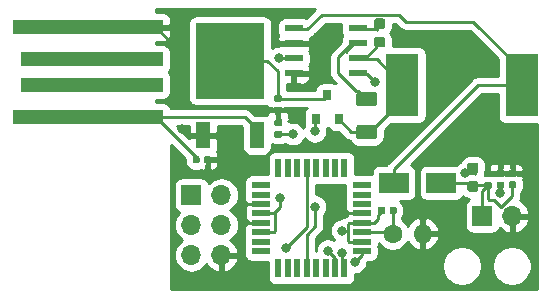
<source format=gbr>
G04 #@! TF.GenerationSoftware,KiCad,Pcbnew,(5.1.0-0)*
G04 #@! TF.CreationDate,2020-07-07T18:13:47+01:00*
G04 #@! TF.ProjectId,autoFan,6175746f-4661-46e2-9e6b-696361645f70,rev?*
G04 #@! TF.SameCoordinates,Original*
G04 #@! TF.FileFunction,Copper,L1,Top*
G04 #@! TF.FilePolarity,Positive*
%FSLAX46Y46*%
G04 Gerber Fmt 4.6, Leading zero omitted, Abs format (unit mm)*
G04 Created by KiCad (PCBNEW (5.1.0-0)) date 2020-07-07 18:13:47*
%MOMM*%
%LPD*%
G04 APERTURE LIST*
%ADD10C,0.100000*%
%ADD11C,0.590000*%
%ADD12R,2.500000X1.800000*%
%ADD13R,1.700000X1.700000*%
%ADD14O,1.700000X1.700000*%
%ADD15R,2.800000X5.300000*%
%ADD16R,0.800000X0.900000*%
%ADD17C,1.250000*%
%ADD18C,1.600000*%
%ADD19O,1.600000X1.600000*%
%ADD20R,1.200000X2.200000*%
%ADD21R,5.800000X6.400000*%
%ADD22R,1.600000X0.550000*%
%ADD23R,0.550000X1.600000*%
%ADD24R,1.550000X0.600000*%
%ADD25R,12.065000X1.270000*%
%ADD26R,12.700000X1.270000*%
%ADD27C,0.875000*%
%ADD28C,0.800000*%
%ADD29C,0.250000*%
%ADD30C,0.254000*%
G04 APERTURE END LIST*
D10*
G36*
X176651958Y-114140710D02*
G01*
X176666276Y-114142834D01*
X176680317Y-114146351D01*
X176693946Y-114151228D01*
X176707031Y-114157417D01*
X176719447Y-114164858D01*
X176731073Y-114173481D01*
X176741798Y-114183202D01*
X176751519Y-114193927D01*
X176760142Y-114205553D01*
X176767583Y-114217969D01*
X176773772Y-114231054D01*
X176778649Y-114244683D01*
X176782166Y-114258724D01*
X176784290Y-114273042D01*
X176785000Y-114287500D01*
X176785000Y-114632500D01*
X176784290Y-114646958D01*
X176782166Y-114661276D01*
X176778649Y-114675317D01*
X176773772Y-114688946D01*
X176767583Y-114702031D01*
X176760142Y-114714447D01*
X176751519Y-114726073D01*
X176741798Y-114736798D01*
X176731073Y-114746519D01*
X176719447Y-114755142D01*
X176707031Y-114762583D01*
X176693946Y-114768772D01*
X176680317Y-114773649D01*
X176666276Y-114777166D01*
X176651958Y-114779290D01*
X176637500Y-114780000D01*
X176342500Y-114780000D01*
X176328042Y-114779290D01*
X176313724Y-114777166D01*
X176299683Y-114773649D01*
X176286054Y-114768772D01*
X176272969Y-114762583D01*
X176260553Y-114755142D01*
X176248927Y-114746519D01*
X176238202Y-114736798D01*
X176228481Y-114726073D01*
X176219858Y-114714447D01*
X176212417Y-114702031D01*
X176206228Y-114688946D01*
X176201351Y-114675317D01*
X176197834Y-114661276D01*
X176195710Y-114646958D01*
X176195000Y-114632500D01*
X176195000Y-114287500D01*
X176195710Y-114273042D01*
X176197834Y-114258724D01*
X176201351Y-114244683D01*
X176206228Y-114231054D01*
X176212417Y-114217969D01*
X176219858Y-114205553D01*
X176228481Y-114193927D01*
X176238202Y-114183202D01*
X176248927Y-114173481D01*
X176260553Y-114164858D01*
X176272969Y-114157417D01*
X176286054Y-114151228D01*
X176299683Y-114146351D01*
X176313724Y-114142834D01*
X176328042Y-114140710D01*
X176342500Y-114140000D01*
X176637500Y-114140000D01*
X176651958Y-114140710D01*
X176651958Y-114140710D01*
G37*
D11*
X176490000Y-114460000D03*
D10*
G36*
X175681958Y-114140710D02*
G01*
X175696276Y-114142834D01*
X175710317Y-114146351D01*
X175723946Y-114151228D01*
X175737031Y-114157417D01*
X175749447Y-114164858D01*
X175761073Y-114173481D01*
X175771798Y-114183202D01*
X175781519Y-114193927D01*
X175790142Y-114205553D01*
X175797583Y-114217969D01*
X175803772Y-114231054D01*
X175808649Y-114244683D01*
X175812166Y-114258724D01*
X175814290Y-114273042D01*
X175815000Y-114287500D01*
X175815000Y-114632500D01*
X175814290Y-114646958D01*
X175812166Y-114661276D01*
X175808649Y-114675317D01*
X175803772Y-114688946D01*
X175797583Y-114702031D01*
X175790142Y-114714447D01*
X175781519Y-114726073D01*
X175771798Y-114736798D01*
X175761073Y-114746519D01*
X175749447Y-114755142D01*
X175737031Y-114762583D01*
X175723946Y-114768772D01*
X175710317Y-114773649D01*
X175696276Y-114777166D01*
X175681958Y-114779290D01*
X175667500Y-114780000D01*
X175372500Y-114780000D01*
X175358042Y-114779290D01*
X175343724Y-114777166D01*
X175329683Y-114773649D01*
X175316054Y-114768772D01*
X175302969Y-114762583D01*
X175290553Y-114755142D01*
X175278927Y-114746519D01*
X175268202Y-114736798D01*
X175258481Y-114726073D01*
X175249858Y-114714447D01*
X175242417Y-114702031D01*
X175236228Y-114688946D01*
X175231351Y-114675317D01*
X175227834Y-114661276D01*
X175225710Y-114646958D01*
X175225000Y-114632500D01*
X175225000Y-114287500D01*
X175225710Y-114273042D01*
X175227834Y-114258724D01*
X175231351Y-114244683D01*
X175236228Y-114231054D01*
X175242417Y-114217969D01*
X175249858Y-114205553D01*
X175258481Y-114193927D01*
X175268202Y-114183202D01*
X175278927Y-114173481D01*
X175290553Y-114164858D01*
X175302969Y-114157417D01*
X175316054Y-114151228D01*
X175329683Y-114146351D01*
X175343724Y-114142834D01*
X175358042Y-114140710D01*
X175372500Y-114140000D01*
X175667500Y-114140000D01*
X175681958Y-114140710D01*
X175681958Y-114140710D01*
G37*
D11*
X175520000Y-114460000D03*
D10*
G36*
X182646958Y-108985710D02*
G01*
X182661276Y-108987834D01*
X182675317Y-108991351D01*
X182688946Y-108996228D01*
X182702031Y-109002417D01*
X182714447Y-109009858D01*
X182726073Y-109018481D01*
X182736798Y-109028202D01*
X182746519Y-109038927D01*
X182755142Y-109050553D01*
X182762583Y-109062969D01*
X182768772Y-109076054D01*
X182773649Y-109089683D01*
X182777166Y-109103724D01*
X182779290Y-109118042D01*
X182780000Y-109132500D01*
X182780000Y-109427500D01*
X182779290Y-109441958D01*
X182777166Y-109456276D01*
X182773649Y-109470317D01*
X182768772Y-109483946D01*
X182762583Y-109497031D01*
X182755142Y-109509447D01*
X182746519Y-109521073D01*
X182736798Y-109531798D01*
X182726073Y-109541519D01*
X182714447Y-109550142D01*
X182702031Y-109557583D01*
X182688946Y-109563772D01*
X182675317Y-109568649D01*
X182661276Y-109572166D01*
X182646958Y-109574290D01*
X182632500Y-109575000D01*
X182287500Y-109575000D01*
X182273042Y-109574290D01*
X182258724Y-109572166D01*
X182244683Y-109568649D01*
X182231054Y-109563772D01*
X182217969Y-109557583D01*
X182205553Y-109550142D01*
X182193927Y-109541519D01*
X182183202Y-109531798D01*
X182173481Y-109521073D01*
X182164858Y-109509447D01*
X182157417Y-109497031D01*
X182151228Y-109483946D01*
X182146351Y-109470317D01*
X182142834Y-109456276D01*
X182140710Y-109441958D01*
X182140000Y-109427500D01*
X182140000Y-109132500D01*
X182140710Y-109118042D01*
X182142834Y-109103724D01*
X182146351Y-109089683D01*
X182151228Y-109076054D01*
X182157417Y-109062969D01*
X182164858Y-109050553D01*
X182173481Y-109038927D01*
X182183202Y-109028202D01*
X182193927Y-109018481D01*
X182205553Y-109009858D01*
X182217969Y-109002417D01*
X182231054Y-108996228D01*
X182244683Y-108991351D01*
X182258724Y-108987834D01*
X182273042Y-108985710D01*
X182287500Y-108985000D01*
X182632500Y-108985000D01*
X182646958Y-108985710D01*
X182646958Y-108985710D01*
G37*
D11*
X182460000Y-109280000D03*
D10*
G36*
X182646958Y-109955710D02*
G01*
X182661276Y-109957834D01*
X182675317Y-109961351D01*
X182688946Y-109966228D01*
X182702031Y-109972417D01*
X182714447Y-109979858D01*
X182726073Y-109988481D01*
X182736798Y-109998202D01*
X182746519Y-110008927D01*
X182755142Y-110020553D01*
X182762583Y-110032969D01*
X182768772Y-110046054D01*
X182773649Y-110059683D01*
X182777166Y-110073724D01*
X182779290Y-110088042D01*
X182780000Y-110102500D01*
X182780000Y-110397500D01*
X182779290Y-110411958D01*
X182777166Y-110426276D01*
X182773649Y-110440317D01*
X182768772Y-110453946D01*
X182762583Y-110467031D01*
X182755142Y-110479447D01*
X182746519Y-110491073D01*
X182736798Y-110501798D01*
X182726073Y-110511519D01*
X182714447Y-110520142D01*
X182702031Y-110527583D01*
X182688946Y-110533772D01*
X182675317Y-110538649D01*
X182661276Y-110542166D01*
X182646958Y-110544290D01*
X182632500Y-110545000D01*
X182287500Y-110545000D01*
X182273042Y-110544290D01*
X182258724Y-110542166D01*
X182244683Y-110538649D01*
X182231054Y-110533772D01*
X182217969Y-110527583D01*
X182205553Y-110520142D01*
X182193927Y-110511519D01*
X182183202Y-110501798D01*
X182173481Y-110491073D01*
X182164858Y-110479447D01*
X182157417Y-110467031D01*
X182151228Y-110453946D01*
X182146351Y-110440317D01*
X182142834Y-110426276D01*
X182140710Y-110411958D01*
X182140000Y-110397500D01*
X182140000Y-110102500D01*
X182140710Y-110088042D01*
X182142834Y-110073724D01*
X182146351Y-110059683D01*
X182151228Y-110046054D01*
X182157417Y-110032969D01*
X182164858Y-110020553D01*
X182173481Y-110008927D01*
X182183202Y-109998202D01*
X182193927Y-109988481D01*
X182205553Y-109979858D01*
X182217969Y-109972417D01*
X182231054Y-109966228D01*
X182244683Y-109961351D01*
X182258724Y-109957834D01*
X182273042Y-109955710D01*
X182287500Y-109955000D01*
X182632500Y-109955000D01*
X182646958Y-109955710D01*
X182646958Y-109955710D01*
G37*
D11*
X182460000Y-110250000D03*
D10*
G36*
X182666958Y-111050710D02*
G01*
X182681276Y-111052834D01*
X182695317Y-111056351D01*
X182708946Y-111061228D01*
X182722031Y-111067417D01*
X182734447Y-111074858D01*
X182746073Y-111083481D01*
X182756798Y-111093202D01*
X182766519Y-111103927D01*
X182775142Y-111115553D01*
X182782583Y-111127969D01*
X182788772Y-111141054D01*
X182793649Y-111154683D01*
X182797166Y-111168724D01*
X182799290Y-111183042D01*
X182800000Y-111197500D01*
X182800000Y-111492500D01*
X182799290Y-111506958D01*
X182797166Y-111521276D01*
X182793649Y-111535317D01*
X182788772Y-111548946D01*
X182782583Y-111562031D01*
X182775142Y-111574447D01*
X182766519Y-111586073D01*
X182756798Y-111596798D01*
X182746073Y-111606519D01*
X182734447Y-111615142D01*
X182722031Y-111622583D01*
X182708946Y-111628772D01*
X182695317Y-111633649D01*
X182681276Y-111637166D01*
X182666958Y-111639290D01*
X182652500Y-111640000D01*
X182307500Y-111640000D01*
X182293042Y-111639290D01*
X182278724Y-111637166D01*
X182264683Y-111633649D01*
X182251054Y-111628772D01*
X182237969Y-111622583D01*
X182225553Y-111615142D01*
X182213927Y-111606519D01*
X182203202Y-111596798D01*
X182193481Y-111586073D01*
X182184858Y-111574447D01*
X182177417Y-111562031D01*
X182171228Y-111548946D01*
X182166351Y-111535317D01*
X182162834Y-111521276D01*
X182160710Y-111506958D01*
X182160000Y-111492500D01*
X182160000Y-111197500D01*
X182160710Y-111183042D01*
X182162834Y-111168724D01*
X182166351Y-111154683D01*
X182171228Y-111141054D01*
X182177417Y-111127969D01*
X182184858Y-111115553D01*
X182193481Y-111103927D01*
X182203202Y-111093202D01*
X182213927Y-111083481D01*
X182225553Y-111074858D01*
X182237969Y-111067417D01*
X182251054Y-111061228D01*
X182264683Y-111056351D01*
X182278724Y-111052834D01*
X182293042Y-111050710D01*
X182307500Y-111050000D01*
X182652500Y-111050000D01*
X182666958Y-111050710D01*
X182666958Y-111050710D01*
G37*
D11*
X182480000Y-111345000D03*
D10*
G36*
X182666958Y-112020710D02*
G01*
X182681276Y-112022834D01*
X182695317Y-112026351D01*
X182708946Y-112031228D01*
X182722031Y-112037417D01*
X182734447Y-112044858D01*
X182746073Y-112053481D01*
X182756798Y-112063202D01*
X182766519Y-112073927D01*
X182775142Y-112085553D01*
X182782583Y-112097969D01*
X182788772Y-112111054D01*
X182793649Y-112124683D01*
X182797166Y-112138724D01*
X182799290Y-112153042D01*
X182800000Y-112167500D01*
X182800000Y-112462500D01*
X182799290Y-112476958D01*
X182797166Y-112491276D01*
X182793649Y-112505317D01*
X182788772Y-112518946D01*
X182782583Y-112532031D01*
X182775142Y-112544447D01*
X182766519Y-112556073D01*
X182756798Y-112566798D01*
X182746073Y-112576519D01*
X182734447Y-112585142D01*
X182722031Y-112592583D01*
X182708946Y-112598772D01*
X182695317Y-112603649D01*
X182681276Y-112607166D01*
X182666958Y-112609290D01*
X182652500Y-112610000D01*
X182307500Y-112610000D01*
X182293042Y-112609290D01*
X182278724Y-112607166D01*
X182264683Y-112603649D01*
X182251054Y-112598772D01*
X182237969Y-112592583D01*
X182225553Y-112585142D01*
X182213927Y-112576519D01*
X182203202Y-112566798D01*
X182193481Y-112556073D01*
X182184858Y-112544447D01*
X182177417Y-112532031D01*
X182171228Y-112518946D01*
X182166351Y-112505317D01*
X182162834Y-112491276D01*
X182160710Y-112476958D01*
X182160000Y-112462500D01*
X182160000Y-112167500D01*
X182160710Y-112153042D01*
X182162834Y-112138724D01*
X182166351Y-112124683D01*
X182171228Y-112111054D01*
X182177417Y-112097969D01*
X182184858Y-112085553D01*
X182193481Y-112073927D01*
X182203202Y-112063202D01*
X182213927Y-112053481D01*
X182225553Y-112044858D01*
X182237969Y-112037417D01*
X182251054Y-112031228D01*
X182264683Y-112026351D01*
X182278724Y-112022834D01*
X182293042Y-112020710D01*
X182307500Y-112020000D01*
X182652500Y-112020000D01*
X182666958Y-112020710D01*
X182666958Y-112020710D01*
G37*
D11*
X182480000Y-112315000D03*
D10*
G36*
X202496958Y-116300710D02*
G01*
X202511276Y-116302834D01*
X202525317Y-116306351D01*
X202538946Y-116311228D01*
X202552031Y-116317417D01*
X202564447Y-116324858D01*
X202576073Y-116333481D01*
X202586798Y-116343202D01*
X202596519Y-116353927D01*
X202605142Y-116365553D01*
X202612583Y-116377969D01*
X202618772Y-116391054D01*
X202623649Y-116404683D01*
X202627166Y-116418724D01*
X202629290Y-116433042D01*
X202630000Y-116447500D01*
X202630000Y-116742500D01*
X202629290Y-116756958D01*
X202627166Y-116771276D01*
X202623649Y-116785317D01*
X202618772Y-116798946D01*
X202612583Y-116812031D01*
X202605142Y-116824447D01*
X202596519Y-116836073D01*
X202586798Y-116846798D01*
X202576073Y-116856519D01*
X202564447Y-116865142D01*
X202552031Y-116872583D01*
X202538946Y-116878772D01*
X202525317Y-116883649D01*
X202511276Y-116887166D01*
X202496958Y-116889290D01*
X202482500Y-116890000D01*
X202137500Y-116890000D01*
X202123042Y-116889290D01*
X202108724Y-116887166D01*
X202094683Y-116883649D01*
X202081054Y-116878772D01*
X202067969Y-116872583D01*
X202055553Y-116865142D01*
X202043927Y-116856519D01*
X202033202Y-116846798D01*
X202023481Y-116836073D01*
X202014858Y-116824447D01*
X202007417Y-116812031D01*
X202001228Y-116798946D01*
X201996351Y-116785317D01*
X201992834Y-116771276D01*
X201990710Y-116756958D01*
X201990000Y-116742500D01*
X201990000Y-116447500D01*
X201990710Y-116433042D01*
X201992834Y-116418724D01*
X201996351Y-116404683D01*
X202001228Y-116391054D01*
X202007417Y-116377969D01*
X202014858Y-116365553D01*
X202023481Y-116353927D01*
X202033202Y-116343202D01*
X202043927Y-116333481D01*
X202055553Y-116324858D01*
X202067969Y-116317417D01*
X202081054Y-116311228D01*
X202094683Y-116306351D01*
X202108724Y-116302834D01*
X202123042Y-116300710D01*
X202137500Y-116300000D01*
X202482500Y-116300000D01*
X202496958Y-116300710D01*
X202496958Y-116300710D01*
G37*
D11*
X202310000Y-116595000D03*
D10*
G36*
X202496958Y-115330710D02*
G01*
X202511276Y-115332834D01*
X202525317Y-115336351D01*
X202538946Y-115341228D01*
X202552031Y-115347417D01*
X202564447Y-115354858D01*
X202576073Y-115363481D01*
X202586798Y-115373202D01*
X202596519Y-115383927D01*
X202605142Y-115395553D01*
X202612583Y-115407969D01*
X202618772Y-115421054D01*
X202623649Y-115434683D01*
X202627166Y-115448724D01*
X202629290Y-115463042D01*
X202630000Y-115477500D01*
X202630000Y-115772500D01*
X202629290Y-115786958D01*
X202627166Y-115801276D01*
X202623649Y-115815317D01*
X202618772Y-115828946D01*
X202612583Y-115842031D01*
X202605142Y-115854447D01*
X202596519Y-115866073D01*
X202586798Y-115876798D01*
X202576073Y-115886519D01*
X202564447Y-115895142D01*
X202552031Y-115902583D01*
X202538946Y-115908772D01*
X202525317Y-115913649D01*
X202511276Y-115917166D01*
X202496958Y-115919290D01*
X202482500Y-115920000D01*
X202137500Y-115920000D01*
X202123042Y-115919290D01*
X202108724Y-115917166D01*
X202094683Y-115913649D01*
X202081054Y-115908772D01*
X202067969Y-115902583D01*
X202055553Y-115895142D01*
X202043927Y-115886519D01*
X202033202Y-115876798D01*
X202023481Y-115866073D01*
X202014858Y-115854447D01*
X202007417Y-115842031D01*
X202001228Y-115828946D01*
X201996351Y-115815317D01*
X201992834Y-115801276D01*
X201990710Y-115786958D01*
X201990000Y-115772500D01*
X201990000Y-115477500D01*
X201990710Y-115463042D01*
X201992834Y-115448724D01*
X201996351Y-115434683D01*
X202001228Y-115421054D01*
X202007417Y-115407969D01*
X202014858Y-115395553D01*
X202023481Y-115383927D01*
X202033202Y-115373202D01*
X202043927Y-115363481D01*
X202055553Y-115354858D01*
X202067969Y-115347417D01*
X202081054Y-115341228D01*
X202094683Y-115336351D01*
X202108724Y-115332834D01*
X202123042Y-115330710D01*
X202137500Y-115330000D01*
X202482500Y-115330000D01*
X202496958Y-115330710D01*
X202496958Y-115330710D01*
G37*
D11*
X202310000Y-115625000D03*
D10*
G36*
X200416958Y-116340710D02*
G01*
X200431276Y-116342834D01*
X200445317Y-116346351D01*
X200458946Y-116351228D01*
X200472031Y-116357417D01*
X200484447Y-116364858D01*
X200496073Y-116373481D01*
X200506798Y-116383202D01*
X200516519Y-116393927D01*
X200525142Y-116405553D01*
X200532583Y-116417969D01*
X200538772Y-116431054D01*
X200543649Y-116444683D01*
X200547166Y-116458724D01*
X200549290Y-116473042D01*
X200550000Y-116487500D01*
X200550000Y-116782500D01*
X200549290Y-116796958D01*
X200547166Y-116811276D01*
X200543649Y-116825317D01*
X200538772Y-116838946D01*
X200532583Y-116852031D01*
X200525142Y-116864447D01*
X200516519Y-116876073D01*
X200506798Y-116886798D01*
X200496073Y-116896519D01*
X200484447Y-116905142D01*
X200472031Y-116912583D01*
X200458946Y-116918772D01*
X200445317Y-116923649D01*
X200431276Y-116927166D01*
X200416958Y-116929290D01*
X200402500Y-116930000D01*
X200057500Y-116930000D01*
X200043042Y-116929290D01*
X200028724Y-116927166D01*
X200014683Y-116923649D01*
X200001054Y-116918772D01*
X199987969Y-116912583D01*
X199975553Y-116905142D01*
X199963927Y-116896519D01*
X199953202Y-116886798D01*
X199943481Y-116876073D01*
X199934858Y-116864447D01*
X199927417Y-116852031D01*
X199921228Y-116838946D01*
X199916351Y-116825317D01*
X199912834Y-116811276D01*
X199910710Y-116796958D01*
X199910000Y-116782500D01*
X199910000Y-116487500D01*
X199910710Y-116473042D01*
X199912834Y-116458724D01*
X199916351Y-116444683D01*
X199921228Y-116431054D01*
X199927417Y-116417969D01*
X199934858Y-116405553D01*
X199943481Y-116393927D01*
X199953202Y-116383202D01*
X199963927Y-116373481D01*
X199975553Y-116364858D01*
X199987969Y-116357417D01*
X200001054Y-116351228D01*
X200014683Y-116346351D01*
X200028724Y-116342834D01*
X200043042Y-116340710D01*
X200057500Y-116340000D01*
X200402500Y-116340000D01*
X200416958Y-116340710D01*
X200416958Y-116340710D01*
G37*
D11*
X200230000Y-116635000D03*
D10*
G36*
X200416958Y-115370710D02*
G01*
X200431276Y-115372834D01*
X200445317Y-115376351D01*
X200458946Y-115381228D01*
X200472031Y-115387417D01*
X200484447Y-115394858D01*
X200496073Y-115403481D01*
X200506798Y-115413202D01*
X200516519Y-115423927D01*
X200525142Y-115435553D01*
X200532583Y-115447969D01*
X200538772Y-115461054D01*
X200543649Y-115474683D01*
X200547166Y-115488724D01*
X200549290Y-115503042D01*
X200550000Y-115517500D01*
X200550000Y-115812500D01*
X200549290Y-115826958D01*
X200547166Y-115841276D01*
X200543649Y-115855317D01*
X200538772Y-115868946D01*
X200532583Y-115882031D01*
X200525142Y-115894447D01*
X200516519Y-115906073D01*
X200506798Y-115916798D01*
X200496073Y-115926519D01*
X200484447Y-115935142D01*
X200472031Y-115942583D01*
X200458946Y-115948772D01*
X200445317Y-115953649D01*
X200431276Y-115957166D01*
X200416958Y-115959290D01*
X200402500Y-115960000D01*
X200057500Y-115960000D01*
X200043042Y-115959290D01*
X200028724Y-115957166D01*
X200014683Y-115953649D01*
X200001054Y-115948772D01*
X199987969Y-115942583D01*
X199975553Y-115935142D01*
X199963927Y-115926519D01*
X199953202Y-115916798D01*
X199943481Y-115906073D01*
X199934858Y-115894447D01*
X199927417Y-115882031D01*
X199921228Y-115868946D01*
X199916351Y-115855317D01*
X199912834Y-115841276D01*
X199910710Y-115826958D01*
X199910000Y-115812500D01*
X199910000Y-115517500D01*
X199910710Y-115503042D01*
X199912834Y-115488724D01*
X199916351Y-115474683D01*
X199921228Y-115461054D01*
X199927417Y-115447969D01*
X199934858Y-115435553D01*
X199943481Y-115423927D01*
X199953202Y-115413202D01*
X199963927Y-115403481D01*
X199975553Y-115394858D01*
X199987969Y-115387417D01*
X200001054Y-115381228D01*
X200014683Y-115376351D01*
X200028724Y-115372834D01*
X200043042Y-115370710D01*
X200057500Y-115370000D01*
X200402500Y-115370000D01*
X200416958Y-115370710D01*
X200416958Y-115370710D01*
G37*
D11*
X200230000Y-115665000D03*
D12*
X196290000Y-116410000D03*
X192290000Y-116410000D03*
D13*
X199770000Y-119230000D03*
D14*
X202310000Y-119230000D03*
D13*
X175120000Y-117450000D03*
D14*
X177660000Y-117450000D03*
X175120000Y-119990000D03*
X177660000Y-119990000D03*
X175120000Y-122530000D03*
X177660000Y-122530000D03*
D15*
X203100000Y-108130000D03*
X193000000Y-108130000D03*
D16*
X185690000Y-111000000D03*
X187590000Y-111000000D03*
X186640000Y-109000000D03*
D10*
G36*
X191391958Y-118450710D02*
G01*
X191406276Y-118452834D01*
X191420317Y-118456351D01*
X191433946Y-118461228D01*
X191447031Y-118467417D01*
X191459447Y-118474858D01*
X191471073Y-118483481D01*
X191481798Y-118493202D01*
X191491519Y-118503927D01*
X191500142Y-118515553D01*
X191507583Y-118527969D01*
X191513772Y-118541054D01*
X191518649Y-118554683D01*
X191522166Y-118568724D01*
X191524290Y-118583042D01*
X191525000Y-118597500D01*
X191525000Y-118942500D01*
X191524290Y-118956958D01*
X191522166Y-118971276D01*
X191518649Y-118985317D01*
X191513772Y-118998946D01*
X191507583Y-119012031D01*
X191500142Y-119024447D01*
X191491519Y-119036073D01*
X191481798Y-119046798D01*
X191471073Y-119056519D01*
X191459447Y-119065142D01*
X191447031Y-119072583D01*
X191433946Y-119078772D01*
X191420317Y-119083649D01*
X191406276Y-119087166D01*
X191391958Y-119089290D01*
X191377500Y-119090000D01*
X191082500Y-119090000D01*
X191068042Y-119089290D01*
X191053724Y-119087166D01*
X191039683Y-119083649D01*
X191026054Y-119078772D01*
X191012969Y-119072583D01*
X191000553Y-119065142D01*
X190988927Y-119056519D01*
X190978202Y-119046798D01*
X190968481Y-119036073D01*
X190959858Y-119024447D01*
X190952417Y-119012031D01*
X190946228Y-118998946D01*
X190941351Y-118985317D01*
X190937834Y-118971276D01*
X190935710Y-118956958D01*
X190935000Y-118942500D01*
X190935000Y-118597500D01*
X190935710Y-118583042D01*
X190937834Y-118568724D01*
X190941351Y-118554683D01*
X190946228Y-118541054D01*
X190952417Y-118527969D01*
X190959858Y-118515553D01*
X190968481Y-118503927D01*
X190978202Y-118493202D01*
X190988927Y-118483481D01*
X191000553Y-118474858D01*
X191012969Y-118467417D01*
X191026054Y-118461228D01*
X191039683Y-118456351D01*
X191053724Y-118452834D01*
X191068042Y-118450710D01*
X191082500Y-118450000D01*
X191377500Y-118450000D01*
X191391958Y-118450710D01*
X191391958Y-118450710D01*
G37*
D11*
X191230000Y-118770000D03*
D10*
G36*
X192361958Y-118450710D02*
G01*
X192376276Y-118452834D01*
X192390317Y-118456351D01*
X192403946Y-118461228D01*
X192417031Y-118467417D01*
X192429447Y-118474858D01*
X192441073Y-118483481D01*
X192451798Y-118493202D01*
X192461519Y-118503927D01*
X192470142Y-118515553D01*
X192477583Y-118527969D01*
X192483772Y-118541054D01*
X192488649Y-118554683D01*
X192492166Y-118568724D01*
X192494290Y-118583042D01*
X192495000Y-118597500D01*
X192495000Y-118942500D01*
X192494290Y-118956958D01*
X192492166Y-118971276D01*
X192488649Y-118985317D01*
X192483772Y-118998946D01*
X192477583Y-119012031D01*
X192470142Y-119024447D01*
X192461519Y-119036073D01*
X192451798Y-119046798D01*
X192441073Y-119056519D01*
X192429447Y-119065142D01*
X192417031Y-119072583D01*
X192403946Y-119078772D01*
X192390317Y-119083649D01*
X192376276Y-119087166D01*
X192361958Y-119089290D01*
X192347500Y-119090000D01*
X192052500Y-119090000D01*
X192038042Y-119089290D01*
X192023724Y-119087166D01*
X192009683Y-119083649D01*
X191996054Y-119078772D01*
X191982969Y-119072583D01*
X191970553Y-119065142D01*
X191958927Y-119056519D01*
X191948202Y-119046798D01*
X191938481Y-119036073D01*
X191929858Y-119024447D01*
X191922417Y-119012031D01*
X191916228Y-118998946D01*
X191911351Y-118985317D01*
X191907834Y-118971276D01*
X191905710Y-118956958D01*
X191905000Y-118942500D01*
X191905000Y-118597500D01*
X191905710Y-118583042D01*
X191907834Y-118568724D01*
X191911351Y-118554683D01*
X191916228Y-118541054D01*
X191922417Y-118527969D01*
X191929858Y-118515553D01*
X191938481Y-118503927D01*
X191948202Y-118493202D01*
X191958927Y-118483481D01*
X191970553Y-118474858D01*
X191982969Y-118467417D01*
X191996054Y-118461228D01*
X192009683Y-118456351D01*
X192023724Y-118452834D01*
X192038042Y-118450710D01*
X192052500Y-118450000D01*
X192347500Y-118450000D01*
X192361958Y-118450710D01*
X192361958Y-118450710D01*
G37*
D11*
X192200000Y-118770000D03*
D10*
G36*
X201476958Y-115340710D02*
G01*
X201491276Y-115342834D01*
X201505317Y-115346351D01*
X201518946Y-115351228D01*
X201532031Y-115357417D01*
X201544447Y-115364858D01*
X201556073Y-115373481D01*
X201566798Y-115383202D01*
X201576519Y-115393927D01*
X201585142Y-115405553D01*
X201592583Y-115417969D01*
X201598772Y-115431054D01*
X201603649Y-115444683D01*
X201607166Y-115458724D01*
X201609290Y-115473042D01*
X201610000Y-115487500D01*
X201610000Y-115782500D01*
X201609290Y-115796958D01*
X201607166Y-115811276D01*
X201603649Y-115825317D01*
X201598772Y-115838946D01*
X201592583Y-115852031D01*
X201585142Y-115864447D01*
X201576519Y-115876073D01*
X201566798Y-115886798D01*
X201556073Y-115896519D01*
X201544447Y-115905142D01*
X201532031Y-115912583D01*
X201518946Y-115918772D01*
X201505317Y-115923649D01*
X201491276Y-115927166D01*
X201476958Y-115929290D01*
X201462500Y-115930000D01*
X201117500Y-115930000D01*
X201103042Y-115929290D01*
X201088724Y-115927166D01*
X201074683Y-115923649D01*
X201061054Y-115918772D01*
X201047969Y-115912583D01*
X201035553Y-115905142D01*
X201023927Y-115896519D01*
X201013202Y-115886798D01*
X201003481Y-115876073D01*
X200994858Y-115864447D01*
X200987417Y-115852031D01*
X200981228Y-115838946D01*
X200976351Y-115825317D01*
X200972834Y-115811276D01*
X200970710Y-115796958D01*
X200970000Y-115782500D01*
X200970000Y-115487500D01*
X200970710Y-115473042D01*
X200972834Y-115458724D01*
X200976351Y-115444683D01*
X200981228Y-115431054D01*
X200987417Y-115417969D01*
X200994858Y-115405553D01*
X201003481Y-115393927D01*
X201013202Y-115383202D01*
X201023927Y-115373481D01*
X201035553Y-115364858D01*
X201047969Y-115357417D01*
X201061054Y-115351228D01*
X201074683Y-115346351D01*
X201088724Y-115342834D01*
X201103042Y-115340710D01*
X201117500Y-115340000D01*
X201462500Y-115340000D01*
X201476958Y-115340710D01*
X201476958Y-115340710D01*
G37*
D11*
X201290000Y-115635000D03*
D10*
G36*
X201476958Y-116310710D02*
G01*
X201491276Y-116312834D01*
X201505317Y-116316351D01*
X201518946Y-116321228D01*
X201532031Y-116327417D01*
X201544447Y-116334858D01*
X201556073Y-116343481D01*
X201566798Y-116353202D01*
X201576519Y-116363927D01*
X201585142Y-116375553D01*
X201592583Y-116387969D01*
X201598772Y-116401054D01*
X201603649Y-116414683D01*
X201607166Y-116428724D01*
X201609290Y-116443042D01*
X201610000Y-116457500D01*
X201610000Y-116752500D01*
X201609290Y-116766958D01*
X201607166Y-116781276D01*
X201603649Y-116795317D01*
X201598772Y-116808946D01*
X201592583Y-116822031D01*
X201585142Y-116834447D01*
X201576519Y-116846073D01*
X201566798Y-116856798D01*
X201556073Y-116866519D01*
X201544447Y-116875142D01*
X201532031Y-116882583D01*
X201518946Y-116888772D01*
X201505317Y-116893649D01*
X201491276Y-116897166D01*
X201476958Y-116899290D01*
X201462500Y-116900000D01*
X201117500Y-116900000D01*
X201103042Y-116899290D01*
X201088724Y-116897166D01*
X201074683Y-116893649D01*
X201061054Y-116888772D01*
X201047969Y-116882583D01*
X201035553Y-116875142D01*
X201023927Y-116866519D01*
X201013202Y-116856798D01*
X201003481Y-116846073D01*
X200994858Y-116834447D01*
X200987417Y-116822031D01*
X200981228Y-116808946D01*
X200976351Y-116795317D01*
X200972834Y-116781276D01*
X200970710Y-116766958D01*
X200970000Y-116752500D01*
X200970000Y-116457500D01*
X200970710Y-116443042D01*
X200972834Y-116428724D01*
X200976351Y-116414683D01*
X200981228Y-116401054D01*
X200987417Y-116387969D01*
X200994858Y-116375553D01*
X201003481Y-116363927D01*
X201013202Y-116353202D01*
X201023927Y-116343481D01*
X201035553Y-116334858D01*
X201047969Y-116327417D01*
X201061054Y-116321228D01*
X201074683Y-116316351D01*
X201088724Y-116312834D01*
X201103042Y-116310710D01*
X201117500Y-116310000D01*
X201462500Y-116310000D01*
X201476958Y-116310710D01*
X201476958Y-116310710D01*
G37*
D11*
X201290000Y-116605000D03*
D10*
G36*
X190619504Y-111496204D02*
G01*
X190643773Y-111499804D01*
X190667571Y-111505765D01*
X190690671Y-111514030D01*
X190712849Y-111524520D01*
X190733893Y-111537133D01*
X190753598Y-111551747D01*
X190771777Y-111568223D01*
X190788253Y-111586402D01*
X190802867Y-111606107D01*
X190815480Y-111627151D01*
X190825970Y-111649329D01*
X190834235Y-111672429D01*
X190840196Y-111696227D01*
X190843796Y-111720496D01*
X190845000Y-111745000D01*
X190845000Y-112495000D01*
X190843796Y-112519504D01*
X190840196Y-112543773D01*
X190834235Y-112567571D01*
X190825970Y-112590671D01*
X190815480Y-112612849D01*
X190802867Y-112633893D01*
X190788253Y-112653598D01*
X190771777Y-112671777D01*
X190753598Y-112688253D01*
X190733893Y-112702867D01*
X190712849Y-112715480D01*
X190690671Y-112725970D01*
X190667571Y-112734235D01*
X190643773Y-112740196D01*
X190619504Y-112743796D01*
X190595000Y-112745000D01*
X189345000Y-112745000D01*
X189320496Y-112743796D01*
X189296227Y-112740196D01*
X189272429Y-112734235D01*
X189249329Y-112725970D01*
X189227151Y-112715480D01*
X189206107Y-112702867D01*
X189186402Y-112688253D01*
X189168223Y-112671777D01*
X189151747Y-112653598D01*
X189137133Y-112633893D01*
X189124520Y-112612849D01*
X189114030Y-112590671D01*
X189105765Y-112567571D01*
X189099804Y-112543773D01*
X189096204Y-112519504D01*
X189095000Y-112495000D01*
X189095000Y-111745000D01*
X189096204Y-111720496D01*
X189099804Y-111696227D01*
X189105765Y-111672429D01*
X189114030Y-111649329D01*
X189124520Y-111627151D01*
X189137133Y-111606107D01*
X189151747Y-111586402D01*
X189168223Y-111568223D01*
X189186402Y-111551747D01*
X189206107Y-111537133D01*
X189227151Y-111524520D01*
X189249329Y-111514030D01*
X189272429Y-111505765D01*
X189296227Y-111499804D01*
X189320496Y-111496204D01*
X189345000Y-111495000D01*
X190595000Y-111495000D01*
X190619504Y-111496204D01*
X190619504Y-111496204D01*
G37*
D17*
X189970000Y-112120000D03*
D10*
G36*
X190619504Y-108696204D02*
G01*
X190643773Y-108699804D01*
X190667571Y-108705765D01*
X190690671Y-108714030D01*
X190712849Y-108724520D01*
X190733893Y-108737133D01*
X190753598Y-108751747D01*
X190771777Y-108768223D01*
X190788253Y-108786402D01*
X190802867Y-108806107D01*
X190815480Y-108827151D01*
X190825970Y-108849329D01*
X190834235Y-108872429D01*
X190840196Y-108896227D01*
X190843796Y-108920496D01*
X190845000Y-108945000D01*
X190845000Y-109695000D01*
X190843796Y-109719504D01*
X190840196Y-109743773D01*
X190834235Y-109767571D01*
X190825970Y-109790671D01*
X190815480Y-109812849D01*
X190802867Y-109833893D01*
X190788253Y-109853598D01*
X190771777Y-109871777D01*
X190753598Y-109888253D01*
X190733893Y-109902867D01*
X190712849Y-109915480D01*
X190690671Y-109925970D01*
X190667571Y-109934235D01*
X190643773Y-109940196D01*
X190619504Y-109943796D01*
X190595000Y-109945000D01*
X189345000Y-109945000D01*
X189320496Y-109943796D01*
X189296227Y-109940196D01*
X189272429Y-109934235D01*
X189249329Y-109925970D01*
X189227151Y-109915480D01*
X189206107Y-109902867D01*
X189186402Y-109888253D01*
X189168223Y-109871777D01*
X189151747Y-109853598D01*
X189137133Y-109833893D01*
X189124520Y-109812849D01*
X189114030Y-109790671D01*
X189105765Y-109767571D01*
X189099804Y-109743773D01*
X189096204Y-109719504D01*
X189095000Y-109695000D01*
X189095000Y-108945000D01*
X189096204Y-108920496D01*
X189099804Y-108896227D01*
X189105765Y-108872429D01*
X189114030Y-108849329D01*
X189124520Y-108827151D01*
X189137133Y-108806107D01*
X189151747Y-108786402D01*
X189168223Y-108768223D01*
X189186402Y-108751747D01*
X189206107Y-108737133D01*
X189227151Y-108724520D01*
X189249329Y-108714030D01*
X189272429Y-108705765D01*
X189296227Y-108699804D01*
X189320496Y-108696204D01*
X189345000Y-108695000D01*
X190595000Y-108695000D01*
X190619504Y-108696204D01*
X190619504Y-108696204D01*
G37*
D17*
X189970000Y-109320000D03*
D18*
X192160000Y-120720000D03*
D19*
X194700000Y-120720000D03*
D20*
X176120000Y-112380000D03*
X180680000Y-112380000D03*
D21*
X178400000Y-106080000D03*
D22*
X181040000Y-116610000D03*
X181040000Y-117410000D03*
X181040000Y-118210000D03*
X181040000Y-119010000D03*
X181040000Y-119810000D03*
X181040000Y-120610000D03*
X181040000Y-121410000D03*
X181040000Y-122210000D03*
D23*
X182490000Y-123660000D03*
X183290000Y-123660000D03*
X184090000Y-123660000D03*
X184890000Y-123660000D03*
X185690000Y-123660000D03*
X186490000Y-123660000D03*
X187290000Y-123660000D03*
X188090000Y-123660000D03*
D22*
X189540000Y-122210000D03*
X189540000Y-121410000D03*
X189540000Y-120610000D03*
X189540000Y-119810000D03*
X189540000Y-119010000D03*
X189540000Y-118210000D03*
X189540000Y-117410000D03*
X189540000Y-116610000D03*
D23*
X188090000Y-115160000D03*
X187290000Y-115160000D03*
X186490000Y-115160000D03*
X185690000Y-115160000D03*
X184890000Y-115160000D03*
X184090000Y-115160000D03*
X183290000Y-115160000D03*
X182490000Y-115160000D03*
D24*
X183810000Y-103345000D03*
X183810000Y-104615000D03*
X183810000Y-105885000D03*
X183810000Y-107155000D03*
X189210000Y-107155000D03*
X189210000Y-105885000D03*
X189210000Y-104615000D03*
X189210000Y-103345000D03*
D25*
X166702500Y-108117000D03*
D26*
X166385000Y-110847500D03*
X166385000Y-103227500D03*
D25*
X166702500Y-105958000D03*
D10*
G36*
X199237691Y-114718553D02*
G01*
X199258926Y-114721703D01*
X199279750Y-114726919D01*
X199299962Y-114734151D01*
X199319368Y-114743330D01*
X199337781Y-114754366D01*
X199355024Y-114767154D01*
X199370930Y-114781570D01*
X199385346Y-114797476D01*
X199398134Y-114814719D01*
X199409170Y-114833132D01*
X199418349Y-114852538D01*
X199425581Y-114872750D01*
X199430797Y-114893574D01*
X199433947Y-114914809D01*
X199435000Y-114936250D01*
X199435000Y-115373750D01*
X199433947Y-115395191D01*
X199430797Y-115416426D01*
X199425581Y-115437250D01*
X199418349Y-115457462D01*
X199409170Y-115476868D01*
X199398134Y-115495281D01*
X199385346Y-115512524D01*
X199370930Y-115528430D01*
X199355024Y-115542846D01*
X199337781Y-115555634D01*
X199319368Y-115566670D01*
X199299962Y-115575849D01*
X199279750Y-115583081D01*
X199258926Y-115588297D01*
X199237691Y-115591447D01*
X199216250Y-115592500D01*
X198703750Y-115592500D01*
X198682309Y-115591447D01*
X198661074Y-115588297D01*
X198640250Y-115583081D01*
X198620038Y-115575849D01*
X198600632Y-115566670D01*
X198582219Y-115555634D01*
X198564976Y-115542846D01*
X198549070Y-115528430D01*
X198534654Y-115512524D01*
X198521866Y-115495281D01*
X198510830Y-115476868D01*
X198501651Y-115457462D01*
X198494419Y-115437250D01*
X198489203Y-115416426D01*
X198486053Y-115395191D01*
X198485000Y-115373750D01*
X198485000Y-114936250D01*
X198486053Y-114914809D01*
X198489203Y-114893574D01*
X198494419Y-114872750D01*
X198501651Y-114852538D01*
X198510830Y-114833132D01*
X198521866Y-114814719D01*
X198534654Y-114797476D01*
X198549070Y-114781570D01*
X198564976Y-114767154D01*
X198582219Y-114754366D01*
X198600632Y-114743330D01*
X198620038Y-114734151D01*
X198640250Y-114726919D01*
X198661074Y-114721703D01*
X198682309Y-114718553D01*
X198703750Y-114717500D01*
X199216250Y-114717500D01*
X199237691Y-114718553D01*
X199237691Y-114718553D01*
G37*
D27*
X198960000Y-115155000D03*
D10*
G36*
X199237691Y-116293553D02*
G01*
X199258926Y-116296703D01*
X199279750Y-116301919D01*
X199299962Y-116309151D01*
X199319368Y-116318330D01*
X199337781Y-116329366D01*
X199355024Y-116342154D01*
X199370930Y-116356570D01*
X199385346Y-116372476D01*
X199398134Y-116389719D01*
X199409170Y-116408132D01*
X199418349Y-116427538D01*
X199425581Y-116447750D01*
X199430797Y-116468574D01*
X199433947Y-116489809D01*
X199435000Y-116511250D01*
X199435000Y-116948750D01*
X199433947Y-116970191D01*
X199430797Y-116991426D01*
X199425581Y-117012250D01*
X199418349Y-117032462D01*
X199409170Y-117051868D01*
X199398134Y-117070281D01*
X199385346Y-117087524D01*
X199370930Y-117103430D01*
X199355024Y-117117846D01*
X199337781Y-117130634D01*
X199319368Y-117141670D01*
X199299962Y-117150849D01*
X199279750Y-117158081D01*
X199258926Y-117163297D01*
X199237691Y-117166447D01*
X199216250Y-117167500D01*
X198703750Y-117167500D01*
X198682309Y-117166447D01*
X198661074Y-117163297D01*
X198640250Y-117158081D01*
X198620038Y-117150849D01*
X198600632Y-117141670D01*
X198582219Y-117130634D01*
X198564976Y-117117846D01*
X198549070Y-117103430D01*
X198534654Y-117087524D01*
X198521866Y-117070281D01*
X198510830Y-117051868D01*
X198501651Y-117032462D01*
X198494419Y-117012250D01*
X198489203Y-116991426D01*
X198486053Y-116970191D01*
X198485000Y-116948750D01*
X198485000Y-116511250D01*
X198486053Y-116489809D01*
X198489203Y-116468574D01*
X198494419Y-116447750D01*
X198501651Y-116427538D01*
X198510830Y-116408132D01*
X198521866Y-116389719D01*
X198534654Y-116372476D01*
X198549070Y-116356570D01*
X198564976Y-116342154D01*
X198582219Y-116329366D01*
X198600632Y-116318330D01*
X198620038Y-116309151D01*
X198640250Y-116301919D01*
X198661074Y-116296703D01*
X198682309Y-116293553D01*
X198703750Y-116292500D01*
X199216250Y-116292500D01*
X199237691Y-116293553D01*
X199237691Y-116293553D01*
G37*
D27*
X198960000Y-116730000D03*
D10*
G36*
X191337691Y-104071053D02*
G01*
X191358926Y-104074203D01*
X191379750Y-104079419D01*
X191399962Y-104086651D01*
X191419368Y-104095830D01*
X191437781Y-104106866D01*
X191455024Y-104119654D01*
X191470930Y-104134070D01*
X191485346Y-104149976D01*
X191498134Y-104167219D01*
X191509170Y-104185632D01*
X191518349Y-104205038D01*
X191525581Y-104225250D01*
X191530797Y-104246074D01*
X191533947Y-104267309D01*
X191535000Y-104288750D01*
X191535000Y-104726250D01*
X191533947Y-104747691D01*
X191530797Y-104768926D01*
X191525581Y-104789750D01*
X191518349Y-104809962D01*
X191509170Y-104829368D01*
X191498134Y-104847781D01*
X191485346Y-104865024D01*
X191470930Y-104880930D01*
X191455024Y-104895346D01*
X191437781Y-104908134D01*
X191419368Y-104919170D01*
X191399962Y-104928349D01*
X191379750Y-104935581D01*
X191358926Y-104940797D01*
X191337691Y-104943947D01*
X191316250Y-104945000D01*
X190803750Y-104945000D01*
X190782309Y-104943947D01*
X190761074Y-104940797D01*
X190740250Y-104935581D01*
X190720038Y-104928349D01*
X190700632Y-104919170D01*
X190682219Y-104908134D01*
X190664976Y-104895346D01*
X190649070Y-104880930D01*
X190634654Y-104865024D01*
X190621866Y-104847781D01*
X190610830Y-104829368D01*
X190601651Y-104809962D01*
X190594419Y-104789750D01*
X190589203Y-104768926D01*
X190586053Y-104747691D01*
X190585000Y-104726250D01*
X190585000Y-104288750D01*
X190586053Y-104267309D01*
X190589203Y-104246074D01*
X190594419Y-104225250D01*
X190601651Y-104205038D01*
X190610830Y-104185632D01*
X190621866Y-104167219D01*
X190634654Y-104149976D01*
X190649070Y-104134070D01*
X190664976Y-104119654D01*
X190682219Y-104106866D01*
X190700632Y-104095830D01*
X190720038Y-104086651D01*
X190740250Y-104079419D01*
X190761074Y-104074203D01*
X190782309Y-104071053D01*
X190803750Y-104070000D01*
X191316250Y-104070000D01*
X191337691Y-104071053D01*
X191337691Y-104071053D01*
G37*
D27*
X191060000Y-104507500D03*
D10*
G36*
X191337691Y-102496053D02*
G01*
X191358926Y-102499203D01*
X191379750Y-102504419D01*
X191399962Y-102511651D01*
X191419368Y-102520830D01*
X191437781Y-102531866D01*
X191455024Y-102544654D01*
X191470930Y-102559070D01*
X191485346Y-102574976D01*
X191498134Y-102592219D01*
X191509170Y-102610632D01*
X191518349Y-102630038D01*
X191525581Y-102650250D01*
X191530797Y-102671074D01*
X191533947Y-102692309D01*
X191535000Y-102713750D01*
X191535000Y-103151250D01*
X191533947Y-103172691D01*
X191530797Y-103193926D01*
X191525581Y-103214750D01*
X191518349Y-103234962D01*
X191509170Y-103254368D01*
X191498134Y-103272781D01*
X191485346Y-103290024D01*
X191470930Y-103305930D01*
X191455024Y-103320346D01*
X191437781Y-103333134D01*
X191419368Y-103344170D01*
X191399962Y-103353349D01*
X191379750Y-103360581D01*
X191358926Y-103365797D01*
X191337691Y-103368947D01*
X191316250Y-103370000D01*
X190803750Y-103370000D01*
X190782309Y-103368947D01*
X190761074Y-103365797D01*
X190740250Y-103360581D01*
X190720038Y-103353349D01*
X190700632Y-103344170D01*
X190682219Y-103333134D01*
X190664976Y-103320346D01*
X190649070Y-103305930D01*
X190634654Y-103290024D01*
X190621866Y-103272781D01*
X190610830Y-103254368D01*
X190601651Y-103234962D01*
X190594419Y-103214750D01*
X190589203Y-103193926D01*
X190586053Y-103172691D01*
X190585000Y-103151250D01*
X190585000Y-102713750D01*
X190586053Y-102692309D01*
X190589203Y-102671074D01*
X190594419Y-102650250D01*
X190601651Y-102630038D01*
X190610830Y-102610632D01*
X190621866Y-102592219D01*
X190634654Y-102574976D01*
X190649070Y-102559070D01*
X190664976Y-102544654D01*
X190682219Y-102531866D01*
X190700632Y-102520830D01*
X190720038Y-102511651D01*
X190740250Y-102504419D01*
X190761074Y-102499203D01*
X190782309Y-102496053D01*
X190803750Y-102495000D01*
X191316250Y-102495000D01*
X191337691Y-102496053D01*
X191337691Y-102496053D01*
G37*
D27*
X191060000Y-102932500D03*
D28*
X174370000Y-111820000D03*
X174340000Y-109510000D03*
X188140000Y-119050000D03*
X178400000Y-106080000D03*
X187890000Y-120470000D03*
X182600000Y-117700000D03*
X183720000Y-112300000D03*
X182550000Y-105850000D03*
X187910000Y-122350000D03*
X188965002Y-123100000D03*
X186687347Y-122152653D03*
X183120000Y-121930000D03*
X185615000Y-118430000D03*
X185580000Y-112070000D03*
X201230000Y-117250000D03*
X198300000Y-115590000D03*
X190710000Y-107910000D03*
D29*
X174930000Y-112380000D02*
X174370000Y-111820000D01*
X176120000Y-112380000D02*
X174930000Y-112380000D01*
X172100000Y-103227500D02*
X166385000Y-103227500D01*
X174340000Y-105467500D02*
X172100000Y-103227500D01*
X174340000Y-109510000D02*
X174340000Y-105467500D01*
X181040000Y-118210000D02*
X179640000Y-118210000D01*
X179990000Y-119810000D02*
X181040000Y-119810000D01*
X179640000Y-119460000D02*
X179990000Y-119810000D01*
X179640000Y-118210000D02*
X179640000Y-119460000D01*
X188180000Y-119010000D02*
X188140000Y-119050000D01*
X189540000Y-119010000D02*
X188180000Y-119010000D01*
X175520000Y-114267500D02*
X175520000Y-114460000D01*
X172100000Y-110847500D02*
X175520000Y-114267500D01*
X166385000Y-110847500D02*
X172100000Y-110847500D01*
X180680000Y-111880000D02*
X180680000Y-112380000D01*
X179647500Y-110847500D02*
X180680000Y-111880000D01*
X166385000Y-110847500D02*
X179647500Y-110847500D01*
X182460000Y-108885000D02*
X182460000Y-109280000D01*
X181550000Y-106080000D02*
X182460000Y-106990000D01*
X182460000Y-106990000D02*
X182460000Y-108885000D01*
X178400000Y-106080000D02*
X181550000Y-106080000D01*
X186360000Y-109280000D02*
X186640000Y-109000000D01*
X182460000Y-109280000D02*
X186360000Y-109280000D01*
X190590000Y-119810000D02*
X189540000Y-119810000D01*
X190895832Y-119504168D02*
X190590000Y-119810000D01*
X190895832Y-119104168D02*
X190895832Y-119504168D01*
X191230000Y-118770000D02*
X190895832Y-119104168D01*
X188490000Y-121410000D02*
X189540000Y-121410000D01*
X188414999Y-121334999D02*
X188490000Y-121410000D01*
X188490000Y-119810000D02*
X188414999Y-119885001D01*
X189540000Y-119810000D02*
X188490000Y-119810000D01*
X188414999Y-120464999D02*
X187895001Y-120464999D01*
X188414999Y-119885001D02*
X188414999Y-120464999D01*
X187895001Y-120464999D02*
X187890000Y-120470000D01*
X188414999Y-120464999D02*
X188414999Y-121334999D01*
X182600000Y-118500000D02*
X182600000Y-117700000D01*
X182090000Y-119010000D02*
X182600000Y-118500000D01*
X182090000Y-120610000D02*
X181040000Y-120610000D01*
X182165001Y-120534999D02*
X182090000Y-120610000D01*
X182165001Y-119085001D02*
X182165001Y-120534999D01*
X182090000Y-119010000D02*
X182165001Y-119085001D01*
X181040000Y-119010000D02*
X182090000Y-119010000D01*
X183705000Y-112315000D02*
X183720000Y-112300000D01*
X182480000Y-112315000D02*
X183705000Y-112315000D01*
X183805000Y-105850000D02*
X183910000Y-105955000D01*
X182550000Y-105850000D02*
X183805000Y-105850000D01*
X199770000Y-117095000D02*
X200230000Y-116635000D01*
X199770000Y-119230000D02*
X199770000Y-117095000D01*
X198950000Y-116410000D02*
X199160000Y-116620000D01*
X196290000Y-116410000D02*
X198950000Y-116410000D01*
X200215000Y-116620000D02*
X200230000Y-116635000D01*
X199160000Y-116620000D02*
X200215000Y-116620000D01*
X202310000Y-116595000D02*
X202310000Y-117410000D01*
X200230000Y-117780000D02*
X200230000Y-116635000D01*
X200360000Y-117910000D02*
X200230000Y-117780000D01*
X200770000Y-117910000D02*
X200360000Y-117910000D01*
X201330499Y-118470499D02*
X200770000Y-117910000D01*
X202310000Y-117490998D02*
X201330499Y-118470499D01*
X202310000Y-116595000D02*
X202310000Y-117490998D01*
X192290000Y-115260000D02*
X192290000Y-116410000D01*
X199420000Y-108130000D02*
X192290000Y-115260000D01*
X203100000Y-108130000D02*
X199420000Y-108130000D01*
X186180010Y-102169990D02*
X184935000Y-103415000D01*
X203100000Y-106880000D02*
X199009999Y-102789999D01*
X192679990Y-102169990D02*
X186180010Y-102169990D01*
X184935000Y-103415000D02*
X183910000Y-103415000D01*
X193299999Y-102789999D02*
X192679990Y-102169990D01*
X199009999Y-102789999D02*
X193299999Y-102789999D01*
X203100000Y-108130000D02*
X203100000Y-106880000D01*
X187910000Y-123480000D02*
X188090000Y-123660000D01*
X187910000Y-122350000D02*
X187910000Y-123480000D01*
X189540000Y-122525002D02*
X188965002Y-123100000D01*
X189540000Y-122210000D02*
X189540000Y-122525002D01*
X187290000Y-122755306D02*
X187290000Y-123660000D01*
X186687347Y-122152653D02*
X187290000Y-122755306D01*
X184890000Y-120160000D02*
X184890000Y-115160000D01*
X183120000Y-121930000D02*
X184890000Y-120160000D01*
X190880000Y-104860000D02*
X190880000Y-104820000D01*
X190880000Y-104820000D02*
X190880000Y-104425000D01*
X189785000Y-105955000D02*
X190880000Y-104860000D01*
X189310000Y-105955000D02*
X189785000Y-105955000D01*
X190825000Y-105955000D02*
X193000000Y-108130000D01*
X189310000Y-105955000D02*
X190825000Y-105955000D01*
X190260000Y-112120000D02*
X189970000Y-112120000D01*
X193000000Y-109380000D02*
X190260000Y-112120000D01*
X193000000Y-108130000D02*
X193000000Y-109380000D01*
X187590000Y-111050000D02*
X187590000Y-111000000D01*
X188660000Y-112120000D02*
X187590000Y-111050000D01*
X189970000Y-112120000D02*
X188660000Y-112120000D01*
X185615000Y-120071410D02*
X185615000Y-118430000D01*
X184890000Y-120796410D02*
X185615000Y-120071410D01*
X184890000Y-123660000D02*
X184890000Y-120796410D01*
X185580000Y-111110000D02*
X185690000Y-111000000D01*
X185580000Y-112070000D02*
X185580000Y-111110000D01*
X192050000Y-120610000D02*
X192160000Y-120720000D01*
X189540000Y-120610000D02*
X192050000Y-120610000D01*
X192160000Y-118810000D02*
X192200000Y-118770000D01*
X192160000Y-120720000D02*
X192160000Y-118810000D01*
X201290000Y-117190000D02*
X201230000Y-117250000D01*
X201290000Y-116605000D02*
X201290000Y-117190000D01*
X199100000Y-115590000D02*
X199160000Y-115650000D01*
X198300000Y-115590000D02*
X199100000Y-115590000D01*
X190025000Y-107225000D02*
X190710000Y-107910000D01*
X189310000Y-107225000D02*
X190025000Y-107225000D01*
X188835000Y-104685000D02*
X189310000Y-104685000D01*
X188209999Y-105310001D02*
X188835000Y-104685000D01*
X188735000Y-104615000D02*
X189210000Y-104615000D01*
X187550000Y-107125002D02*
X187550000Y-105800000D01*
X187550000Y-105800000D02*
X188735000Y-104615000D01*
X189049288Y-108624290D02*
X187550000Y-107125002D01*
X189274290Y-108624290D02*
X189049288Y-108624290D01*
X189970000Y-109320000D02*
X189274290Y-108624290D01*
X190840000Y-103415000D02*
X190880000Y-103455000D01*
X189310000Y-103415000D02*
X190840000Y-103415000D01*
X190840000Y-103240009D02*
X191060000Y-103240009D01*
X190840000Y-103415000D02*
X190840000Y-103240009D01*
D30*
G36*
X192736199Y-103301001D02*
G01*
X192759998Y-103330000D01*
X192788996Y-103353798D01*
X192875722Y-103424973D01*
X193007752Y-103495545D01*
X193151013Y-103539002D01*
X193262666Y-103549999D01*
X193262675Y-103549999D01*
X193299998Y-103553675D01*
X193337321Y-103549999D01*
X198695198Y-103549999D01*
X201061928Y-105916730D01*
X201061928Y-107370000D01*
X199457325Y-107370000D01*
X199420000Y-107366324D01*
X199382675Y-107370000D01*
X199382667Y-107370000D01*
X199271014Y-107380997D01*
X199127753Y-107424454D01*
X198995724Y-107495026D01*
X198879999Y-107589999D01*
X198856202Y-107618996D01*
X191779003Y-114696196D01*
X191749999Y-114719999D01*
X191709710Y-114769092D01*
X191655026Y-114835724D01*
X191635674Y-114871928D01*
X191040000Y-114871928D01*
X190915518Y-114884188D01*
X190795820Y-114920498D01*
X190685506Y-114979463D01*
X190588815Y-115058815D01*
X190509463Y-115155506D01*
X190450498Y-115265820D01*
X190414188Y-115385518D01*
X190401928Y-115510000D01*
X190401928Y-115703027D01*
X190340000Y-115696928D01*
X189003072Y-115696928D01*
X189003072Y-114360000D01*
X188990812Y-114235518D01*
X188954502Y-114115820D01*
X188895537Y-114005506D01*
X188816185Y-113908815D01*
X188719494Y-113829463D01*
X188609180Y-113770498D01*
X188489482Y-113734188D01*
X188365000Y-113721928D01*
X187815000Y-113721928D01*
X187690518Y-113734188D01*
X187690000Y-113734345D01*
X187689482Y-113734188D01*
X187565000Y-113721928D01*
X187015000Y-113721928D01*
X186890518Y-113734188D01*
X186890000Y-113734345D01*
X186889482Y-113734188D01*
X186765000Y-113721928D01*
X186215000Y-113721928D01*
X186090518Y-113734188D01*
X186090000Y-113734345D01*
X186089482Y-113734188D01*
X185965000Y-113721928D01*
X185415000Y-113721928D01*
X185290518Y-113734188D01*
X185290000Y-113734345D01*
X185289482Y-113734188D01*
X185165000Y-113721928D01*
X184615000Y-113721928D01*
X184490518Y-113734188D01*
X184490000Y-113734345D01*
X184489482Y-113734188D01*
X184365000Y-113721928D01*
X183815000Y-113721928D01*
X183690518Y-113734188D01*
X183690000Y-113734345D01*
X183689482Y-113734188D01*
X183565000Y-113721928D01*
X183015000Y-113721928D01*
X182890518Y-113734188D01*
X182890000Y-113734345D01*
X182889482Y-113734188D01*
X182765000Y-113721928D01*
X182215000Y-113721928D01*
X182090518Y-113734188D01*
X181970820Y-113770498D01*
X181860506Y-113829463D01*
X181763815Y-113908815D01*
X181684463Y-114005506D01*
X181625498Y-114115820D01*
X181589188Y-114235518D01*
X181576928Y-114360000D01*
X181576928Y-115696928D01*
X180240000Y-115696928D01*
X180115518Y-115709188D01*
X179995820Y-115745498D01*
X179885506Y-115804463D01*
X179788815Y-115883815D01*
X179709463Y-115980506D01*
X179650498Y-116090820D01*
X179614188Y-116210518D01*
X179601928Y-116335000D01*
X179601928Y-116885000D01*
X179614188Y-117009482D01*
X179614345Y-117010000D01*
X179614188Y-117010518D01*
X179601928Y-117135000D01*
X179601928Y-117685000D01*
X179614188Y-117809482D01*
X179614533Y-117810620D01*
X179605000Y-117924250D01*
X179697083Y-118016333D01*
X179709463Y-118039494D01*
X179788815Y-118136185D01*
X179878759Y-118210000D01*
X179788815Y-118283815D01*
X179709463Y-118380506D01*
X179697083Y-118403667D01*
X179605000Y-118495750D01*
X179614533Y-118609380D01*
X179614188Y-118610518D01*
X179601928Y-118735000D01*
X179601928Y-119285000D01*
X179614188Y-119409482D01*
X179614533Y-119410620D01*
X179605000Y-119524250D01*
X179697083Y-119616333D01*
X179709463Y-119639494D01*
X179788815Y-119736185D01*
X179878759Y-119810000D01*
X179788815Y-119883815D01*
X179709463Y-119980506D01*
X179697083Y-120003667D01*
X179605000Y-120095750D01*
X179614533Y-120209380D01*
X179614188Y-120210518D01*
X179601928Y-120335000D01*
X179601928Y-120885000D01*
X179614188Y-121009482D01*
X179614345Y-121010000D01*
X179614188Y-121010518D01*
X179601928Y-121135000D01*
X179601928Y-121685000D01*
X179614188Y-121809482D01*
X179614345Y-121809999D01*
X179614188Y-121810518D01*
X179601928Y-121935000D01*
X179601928Y-122485000D01*
X179614188Y-122609482D01*
X179650498Y-122729180D01*
X179709463Y-122839494D01*
X179788815Y-122936185D01*
X179885506Y-123015537D01*
X179995820Y-123074502D01*
X180115518Y-123110812D01*
X180240000Y-123123072D01*
X181576928Y-123123072D01*
X181576928Y-124460000D01*
X181589188Y-124584482D01*
X181625498Y-124704180D01*
X181684463Y-124814494D01*
X181763815Y-124911185D01*
X181860506Y-124990537D01*
X181970820Y-125049502D01*
X182090518Y-125085812D01*
X182215000Y-125098072D01*
X182765000Y-125098072D01*
X182889482Y-125085812D01*
X182890000Y-125085655D01*
X182890518Y-125085812D01*
X183015000Y-125098072D01*
X183565000Y-125098072D01*
X183689482Y-125085812D01*
X183690000Y-125085655D01*
X183690518Y-125085812D01*
X183815000Y-125098072D01*
X184365000Y-125098072D01*
X184489482Y-125085812D01*
X184490000Y-125085655D01*
X184490518Y-125085812D01*
X184615000Y-125098072D01*
X185165000Y-125098072D01*
X185289482Y-125085812D01*
X185290000Y-125085655D01*
X185290518Y-125085812D01*
X185415000Y-125098072D01*
X185965000Y-125098072D01*
X186089482Y-125085812D01*
X186090000Y-125085655D01*
X186090518Y-125085812D01*
X186215000Y-125098072D01*
X186765000Y-125098072D01*
X186889482Y-125085812D01*
X186890000Y-125085655D01*
X186890518Y-125085812D01*
X187015000Y-125098072D01*
X187565000Y-125098072D01*
X187689482Y-125085812D01*
X187690000Y-125085655D01*
X187690518Y-125085812D01*
X187815000Y-125098072D01*
X188365000Y-125098072D01*
X188489482Y-125085812D01*
X188609180Y-125049502D01*
X188719494Y-124990537D01*
X188816185Y-124911185D01*
X188895537Y-124814494D01*
X188954502Y-124704180D01*
X188990812Y-124584482D01*
X189003072Y-124460000D01*
X189003072Y-124135000D01*
X189066941Y-124135000D01*
X189266900Y-124095226D01*
X189455258Y-124017205D01*
X189624776Y-123903937D01*
X189768939Y-123759774D01*
X189882207Y-123590256D01*
X189960228Y-123401898D01*
X189981681Y-123294042D01*
X196345000Y-123294042D01*
X196345000Y-123625958D01*
X196409754Y-123951496D01*
X196536772Y-124258147D01*
X196721175Y-124534125D01*
X196955875Y-124768825D01*
X197231853Y-124953228D01*
X197538504Y-125080246D01*
X197864042Y-125145000D01*
X198195958Y-125145000D01*
X198521496Y-125080246D01*
X198828147Y-124953228D01*
X199104125Y-124768825D01*
X199338825Y-124534125D01*
X199523228Y-124258147D01*
X199650246Y-123951496D01*
X199715000Y-123625958D01*
X199715000Y-123294042D01*
X200575000Y-123294042D01*
X200575000Y-123625958D01*
X200639754Y-123951496D01*
X200766772Y-124258147D01*
X200951175Y-124534125D01*
X201185875Y-124768825D01*
X201461853Y-124953228D01*
X201768504Y-125080246D01*
X202094042Y-125145000D01*
X202425958Y-125145000D01*
X202751496Y-125080246D01*
X203058147Y-124953228D01*
X203334125Y-124768825D01*
X203568825Y-124534125D01*
X203753228Y-124258147D01*
X203880246Y-123951496D01*
X203945000Y-123625958D01*
X203945000Y-123294042D01*
X203880246Y-122968504D01*
X203753228Y-122661853D01*
X203568825Y-122385875D01*
X203334125Y-122151175D01*
X203058147Y-121966772D01*
X202751496Y-121839754D01*
X202425958Y-121775000D01*
X202094042Y-121775000D01*
X201768504Y-121839754D01*
X201461853Y-121966772D01*
X201185875Y-122151175D01*
X200951175Y-122385875D01*
X200766772Y-122661853D01*
X200639754Y-122968504D01*
X200575000Y-123294042D01*
X199715000Y-123294042D01*
X199650246Y-122968504D01*
X199523228Y-122661853D01*
X199338825Y-122385875D01*
X199104125Y-122151175D01*
X198828147Y-121966772D01*
X198521496Y-121839754D01*
X198195958Y-121775000D01*
X197864042Y-121775000D01*
X197538504Y-121839754D01*
X197231853Y-121966772D01*
X196955875Y-122151175D01*
X196721175Y-122385875D01*
X196536772Y-122661853D01*
X196409754Y-122968504D01*
X196345000Y-123294042D01*
X189981681Y-123294042D01*
X190000002Y-123201939D01*
X190000002Y-123139802D01*
X190016732Y-123123072D01*
X190340000Y-123123072D01*
X190464482Y-123110812D01*
X190584180Y-123074502D01*
X190694494Y-123015537D01*
X190791185Y-122936185D01*
X190870537Y-122839494D01*
X190929502Y-122729180D01*
X190965812Y-122609482D01*
X190978072Y-122485000D01*
X190978072Y-121935000D01*
X190965812Y-121810518D01*
X190965655Y-121809999D01*
X190965812Y-121809482D01*
X190978072Y-121685000D01*
X190978072Y-121534051D01*
X191045363Y-121634759D01*
X191245241Y-121834637D01*
X191480273Y-121991680D01*
X191741426Y-122099853D01*
X192018665Y-122155000D01*
X192301335Y-122155000D01*
X192578574Y-122099853D01*
X192839727Y-121991680D01*
X193074759Y-121834637D01*
X193274637Y-121634759D01*
X193431680Y-121399727D01*
X193436357Y-121388435D01*
X193468963Y-121457420D01*
X193636481Y-121683414D01*
X193844869Y-121872385D01*
X194086119Y-122017070D01*
X194350960Y-122111909D01*
X194573000Y-121990624D01*
X194573000Y-120847000D01*
X194827000Y-120847000D01*
X194827000Y-121990624D01*
X195049040Y-122111909D01*
X195313881Y-122017070D01*
X195555131Y-121872385D01*
X195763519Y-121683414D01*
X195931037Y-121457420D01*
X196051246Y-121203087D01*
X196091904Y-121069039D01*
X195969915Y-120847000D01*
X194827000Y-120847000D01*
X194573000Y-120847000D01*
X194553000Y-120847000D01*
X194553000Y-120593000D01*
X194573000Y-120593000D01*
X194573000Y-119449376D01*
X194827000Y-119449376D01*
X194827000Y-120593000D01*
X195969915Y-120593000D01*
X196091904Y-120370961D01*
X196051246Y-120236913D01*
X195931037Y-119982580D01*
X195763519Y-119756586D01*
X195555131Y-119567615D01*
X195313881Y-119422930D01*
X195049040Y-119328091D01*
X194827000Y-119449376D01*
X194573000Y-119449376D01*
X194350960Y-119328091D01*
X194086119Y-119422930D01*
X193844869Y-119567615D01*
X193636481Y-119756586D01*
X193468963Y-119982580D01*
X193436357Y-120051565D01*
X193431680Y-120040273D01*
X193274637Y-119805241D01*
X193074759Y-119605363D01*
X192920000Y-119501957D01*
X192920000Y-119477248D01*
X193000679Y-119378940D01*
X193073274Y-119243125D01*
X193117977Y-119095757D01*
X193133072Y-118942500D01*
X193133072Y-118597500D01*
X193117977Y-118444243D01*
X193073274Y-118296875D01*
X193000679Y-118161060D01*
X192902983Y-118042017D01*
X192788511Y-117948072D01*
X193540000Y-117948072D01*
X193664482Y-117935812D01*
X193784180Y-117899502D01*
X193894494Y-117840537D01*
X193991185Y-117761185D01*
X194070537Y-117664494D01*
X194129502Y-117554180D01*
X194165812Y-117434482D01*
X194178072Y-117310000D01*
X194178072Y-115510000D01*
X194401928Y-115510000D01*
X194401928Y-117310000D01*
X194414188Y-117434482D01*
X194450498Y-117554180D01*
X194509463Y-117664494D01*
X194588815Y-117761185D01*
X194685506Y-117840537D01*
X194795820Y-117899502D01*
X194915518Y-117935812D01*
X195040000Y-117948072D01*
X197540000Y-117948072D01*
X197664482Y-117935812D01*
X197784180Y-117899502D01*
X197894494Y-117840537D01*
X197991185Y-117761185D01*
X198070537Y-117664494D01*
X198119700Y-117572518D01*
X198227725Y-117661171D01*
X198375858Y-117740350D01*
X198536592Y-117789108D01*
X198656353Y-117800904D01*
X198565506Y-117849463D01*
X198468815Y-117928815D01*
X198389463Y-118025506D01*
X198330498Y-118135820D01*
X198294188Y-118255518D01*
X198281928Y-118380000D01*
X198281928Y-120080000D01*
X198294188Y-120204482D01*
X198330498Y-120324180D01*
X198389463Y-120434494D01*
X198468815Y-120531185D01*
X198565506Y-120610537D01*
X198675820Y-120669502D01*
X198795518Y-120705812D01*
X198920000Y-120718072D01*
X200620000Y-120718072D01*
X200744482Y-120705812D01*
X200864180Y-120669502D01*
X200974494Y-120610537D01*
X201071185Y-120531185D01*
X201150537Y-120434494D01*
X201209502Y-120324180D01*
X201233966Y-120243534D01*
X201309731Y-120327588D01*
X201543080Y-120501641D01*
X201805901Y-120626825D01*
X201953110Y-120671476D01*
X202183000Y-120550155D01*
X202183000Y-119357000D01*
X202437000Y-119357000D01*
X202437000Y-120550155D01*
X202666890Y-120671476D01*
X202814099Y-120626825D01*
X203076920Y-120501641D01*
X203310269Y-120327588D01*
X203505178Y-120111355D01*
X203654157Y-119861252D01*
X203751481Y-119586891D01*
X203630814Y-119357000D01*
X202437000Y-119357000D01*
X202183000Y-119357000D01*
X202163000Y-119357000D01*
X202163000Y-119103000D01*
X202183000Y-119103000D01*
X202183000Y-119083000D01*
X202437000Y-119083000D01*
X202437000Y-119103000D01*
X203630814Y-119103000D01*
X203751481Y-118873109D01*
X203654157Y-118598748D01*
X203505178Y-118348645D01*
X203310269Y-118132412D01*
X203076920Y-117958359D01*
X202953394Y-117899522D01*
X203015546Y-117783245D01*
X203059003Y-117639984D01*
X203070000Y-117528331D01*
X203073677Y-117490998D01*
X203070000Y-117453665D01*
X203070000Y-117258970D01*
X203135679Y-117178940D01*
X203208274Y-117043125D01*
X203252977Y-116895757D01*
X203268072Y-116742500D01*
X203268072Y-116447500D01*
X203252977Y-116294243D01*
X203215688Y-116171316D01*
X203219502Y-116164180D01*
X203255812Y-116044482D01*
X203268072Y-115920000D01*
X203265000Y-115910750D01*
X203106250Y-115752000D01*
X202839763Y-115752000D01*
X202783125Y-115721726D01*
X202635757Y-115677023D01*
X202482500Y-115661928D01*
X202137500Y-115661928D01*
X201984243Y-115677023D01*
X201836875Y-115721726D01*
X201790646Y-115746436D01*
X201763125Y-115731726D01*
X201615757Y-115687023D01*
X201462500Y-115671928D01*
X201117500Y-115671928D01*
X200964243Y-115687023D01*
X200816875Y-115731726D01*
X200760237Y-115762000D01*
X200703638Y-115762000D01*
X200703125Y-115761726D01*
X200555757Y-115717023D01*
X200402500Y-115701928D01*
X200083000Y-115701928D01*
X200083000Y-115538000D01*
X200103000Y-115538000D01*
X200103000Y-115340000D01*
X200331928Y-115340000D01*
X200335000Y-115349250D01*
X200357000Y-115371250D01*
X200357000Y-115538000D01*
X201026250Y-115538000D01*
X201056250Y-115508000D01*
X201163000Y-115508000D01*
X201163000Y-115401250D01*
X201185000Y-115379250D01*
X201188072Y-115370000D01*
X201184133Y-115330000D01*
X201351928Y-115330000D01*
X201355000Y-115339250D01*
X201417000Y-115401250D01*
X201417000Y-115508000D01*
X202086250Y-115508000D01*
X202096250Y-115498000D01*
X202183000Y-115498000D01*
X202183000Y-115411250D01*
X202245000Y-115349250D01*
X202248072Y-115340000D01*
X202235812Y-115215518D01*
X202199502Y-115095820D01*
X202183000Y-115064947D01*
X202183000Y-114853750D01*
X202437000Y-114853750D01*
X202437000Y-115498000D01*
X203106250Y-115498000D01*
X203265000Y-115339250D01*
X203268072Y-115330000D01*
X203255812Y-115205518D01*
X203219502Y-115085820D01*
X203160537Y-114975506D01*
X203081185Y-114878815D01*
X202984494Y-114799463D01*
X202874180Y-114740498D01*
X202754482Y-114704188D01*
X202630000Y-114691928D01*
X202595750Y-114695000D01*
X202437000Y-114853750D01*
X202183000Y-114853750D01*
X202024250Y-114695000D01*
X201990000Y-114691928D01*
X201865518Y-114704188D01*
X201783517Y-114729063D01*
X201734482Y-114714188D01*
X201610000Y-114701928D01*
X201575750Y-114705000D01*
X201417000Y-114863750D01*
X201417000Y-115054947D01*
X201400498Y-115085820D01*
X201364188Y-115205518D01*
X201351928Y-115330000D01*
X201184133Y-115330000D01*
X201175812Y-115245518D01*
X201163000Y-115203283D01*
X201163000Y-114863750D01*
X201004250Y-114705000D01*
X200970000Y-114701928D01*
X200845518Y-114714188D01*
X200725820Y-114750498D01*
X200714764Y-114756407D01*
X200674482Y-114744188D01*
X200550000Y-114731928D01*
X200515750Y-114735000D01*
X200357000Y-114893750D01*
X200357000Y-115173283D01*
X200344188Y-115215518D01*
X200331928Y-115340000D01*
X200103000Y-115340000D01*
X200103000Y-114893750D01*
X200065159Y-114855909D01*
X200056608Y-114769092D01*
X200007850Y-114608358D01*
X199928671Y-114460225D01*
X199822115Y-114330385D01*
X199692275Y-114223829D01*
X199544142Y-114144650D01*
X199383408Y-114095892D01*
X199216250Y-114079428D01*
X198703750Y-114079428D01*
X198536592Y-114095892D01*
X198375858Y-114144650D01*
X198227725Y-114223829D01*
X198097885Y-114330385D01*
X197991329Y-114460225D01*
X197912150Y-114608358D01*
X197904511Y-114633541D01*
X197809744Y-114672795D01*
X197640226Y-114786063D01*
X197553073Y-114873216D01*
X197540000Y-114871928D01*
X195040000Y-114871928D01*
X194915518Y-114884188D01*
X194795820Y-114920498D01*
X194685506Y-114979463D01*
X194588815Y-115058815D01*
X194509463Y-115155506D01*
X194450498Y-115265820D01*
X194414188Y-115385518D01*
X194401928Y-115510000D01*
X194178072Y-115510000D01*
X194165812Y-115385518D01*
X194129502Y-115265820D01*
X194070537Y-115155506D01*
X193991185Y-115058815D01*
X193894494Y-114979463D01*
X193784180Y-114920498D01*
X193722894Y-114901907D01*
X199734802Y-108890000D01*
X201061928Y-108890000D01*
X201061928Y-110780000D01*
X201074188Y-110904482D01*
X201110498Y-111024180D01*
X201169463Y-111134494D01*
X201248815Y-111231185D01*
X201345506Y-111310537D01*
X201455820Y-111369502D01*
X201575518Y-111405812D01*
X201700000Y-111418072D01*
X204370000Y-111418072D01*
X204370001Y-125440000D01*
X173360000Y-125440000D01*
X173360000Y-119990000D01*
X173627815Y-119990000D01*
X173656487Y-120281111D01*
X173741401Y-120561034D01*
X173879294Y-120819014D01*
X174064866Y-121045134D01*
X174290986Y-121230706D01*
X174345791Y-121260000D01*
X174290986Y-121289294D01*
X174064866Y-121474866D01*
X173879294Y-121700986D01*
X173741401Y-121958966D01*
X173656487Y-122238889D01*
X173627815Y-122530000D01*
X173656487Y-122821111D01*
X173741401Y-123101034D01*
X173879294Y-123359014D01*
X174064866Y-123585134D01*
X174290986Y-123770706D01*
X174548966Y-123908599D01*
X174828889Y-123993513D01*
X175047050Y-124015000D01*
X175192950Y-124015000D01*
X175411111Y-123993513D01*
X175691034Y-123908599D01*
X175949014Y-123770706D01*
X176175134Y-123585134D01*
X176360706Y-123359014D01*
X176391584Y-123301244D01*
X176562412Y-123530269D01*
X176778645Y-123725178D01*
X177028748Y-123874157D01*
X177303109Y-123971481D01*
X177533000Y-123850814D01*
X177533000Y-122657000D01*
X177787000Y-122657000D01*
X177787000Y-123850814D01*
X178016891Y-123971481D01*
X178291252Y-123874157D01*
X178541355Y-123725178D01*
X178757588Y-123530269D01*
X178931641Y-123296920D01*
X179056825Y-123034099D01*
X179101476Y-122886890D01*
X178980155Y-122657000D01*
X177787000Y-122657000D01*
X177533000Y-122657000D01*
X177513000Y-122657000D01*
X177513000Y-122403000D01*
X177533000Y-122403000D01*
X177533000Y-122383000D01*
X177787000Y-122383000D01*
X177787000Y-122403000D01*
X178980155Y-122403000D01*
X179101476Y-122173110D01*
X179056825Y-122025901D01*
X178931641Y-121763080D01*
X178757588Y-121529731D01*
X178541355Y-121334822D01*
X178424477Y-121265201D01*
X178489014Y-121230706D01*
X178715134Y-121045134D01*
X178900706Y-120819014D01*
X179038599Y-120561034D01*
X179123513Y-120281111D01*
X179152185Y-119990000D01*
X179123513Y-119698889D01*
X179038599Y-119418966D01*
X178900706Y-119160986D01*
X178715134Y-118934866D01*
X178489014Y-118749294D01*
X178434209Y-118720000D01*
X178489014Y-118690706D01*
X178715134Y-118505134D01*
X178900706Y-118279014D01*
X179038599Y-118021034D01*
X179123513Y-117741111D01*
X179152185Y-117450000D01*
X179123513Y-117158889D01*
X179038599Y-116878966D01*
X178900706Y-116620986D01*
X178715134Y-116394866D01*
X178489014Y-116209294D01*
X178231034Y-116071401D01*
X177951111Y-115986487D01*
X177732950Y-115965000D01*
X177587050Y-115965000D01*
X177368889Y-115986487D01*
X177088966Y-116071401D01*
X176830986Y-116209294D01*
X176604866Y-116394866D01*
X176580393Y-116424687D01*
X176559502Y-116355820D01*
X176500537Y-116245506D01*
X176421185Y-116148815D01*
X176324494Y-116069463D01*
X176214180Y-116010498D01*
X176094482Y-115974188D01*
X175970000Y-115961928D01*
X174270000Y-115961928D01*
X174145518Y-115974188D01*
X174025820Y-116010498D01*
X173915506Y-116069463D01*
X173818815Y-116148815D01*
X173739463Y-116245506D01*
X173680498Y-116355820D01*
X173644188Y-116475518D01*
X173631928Y-116600000D01*
X173631928Y-118300000D01*
X173644188Y-118424482D01*
X173680498Y-118544180D01*
X173739463Y-118654494D01*
X173818815Y-118751185D01*
X173915506Y-118830537D01*
X174025820Y-118889502D01*
X174094687Y-118910393D01*
X174064866Y-118934866D01*
X173879294Y-119160986D01*
X173741401Y-119418966D01*
X173656487Y-119698889D01*
X173627815Y-119990000D01*
X173360000Y-119990000D01*
X173360000Y-113182302D01*
X174586928Y-114409231D01*
X174586928Y-114632500D01*
X174602023Y-114785757D01*
X174646726Y-114933125D01*
X174719321Y-115068940D01*
X174817017Y-115187983D01*
X174936060Y-115285679D01*
X175071875Y-115358274D01*
X175219243Y-115402977D01*
X175372500Y-115418072D01*
X175667500Y-115418072D01*
X175820757Y-115402977D01*
X175943684Y-115365688D01*
X175950820Y-115369502D01*
X176070518Y-115405812D01*
X176195000Y-115418072D01*
X176204250Y-115415000D01*
X176363000Y-115256250D01*
X176363000Y-114989763D01*
X176393274Y-114933125D01*
X176437977Y-114785757D01*
X176453072Y-114632500D01*
X176453072Y-114587000D01*
X176617000Y-114587000D01*
X176617000Y-115256250D01*
X176775750Y-115415000D01*
X176785000Y-115418072D01*
X176909482Y-115405812D01*
X177029180Y-115369502D01*
X177139494Y-115310537D01*
X177236185Y-115231185D01*
X177315537Y-115134494D01*
X177374502Y-115024180D01*
X177410812Y-114904482D01*
X177423072Y-114780000D01*
X177420000Y-114745750D01*
X177261250Y-114587000D01*
X176617000Y-114587000D01*
X176453072Y-114587000D01*
X176453072Y-114313000D01*
X176617000Y-114313000D01*
X176617000Y-114333000D01*
X177261250Y-114333000D01*
X177420000Y-114174250D01*
X177423072Y-114140000D01*
X177410812Y-114015518D01*
X177374502Y-113895820D01*
X177315537Y-113785506D01*
X177292032Y-113756864D01*
X177309502Y-113724180D01*
X177345812Y-113604482D01*
X177358072Y-113480000D01*
X177355000Y-112665750D01*
X177196250Y-112507000D01*
X176247000Y-112507000D01*
X176247000Y-112527000D01*
X175993000Y-112527000D01*
X175993000Y-112507000D01*
X175043750Y-112507000D01*
X174939026Y-112611724D01*
X173934802Y-111607500D01*
X174883164Y-111607500D01*
X174885000Y-112094250D01*
X175043750Y-112253000D01*
X175993000Y-112253000D01*
X175993000Y-112233000D01*
X176247000Y-112233000D01*
X176247000Y-112253000D01*
X177196250Y-112253000D01*
X177355000Y-112094250D01*
X177356836Y-111607500D01*
X179332699Y-111607500D01*
X179441928Y-111716729D01*
X179441928Y-113480000D01*
X179454188Y-113604482D01*
X179490498Y-113724180D01*
X179549463Y-113834494D01*
X179628815Y-113931185D01*
X179725506Y-114010537D01*
X179835820Y-114069502D01*
X179955518Y-114105812D01*
X180080000Y-114118072D01*
X181280000Y-114118072D01*
X181404482Y-114105812D01*
X181524180Y-114069502D01*
X181634494Y-114010537D01*
X181731185Y-113931185D01*
X181810537Y-113834494D01*
X181869502Y-113724180D01*
X181905812Y-113604482D01*
X181918072Y-113480000D01*
X181918072Y-113140808D01*
X182006875Y-113188274D01*
X182154243Y-113232977D01*
X182307500Y-113248072D01*
X182652500Y-113248072D01*
X182805757Y-113232977D01*
X182953125Y-113188274D01*
X183082751Y-113118987D01*
X183229744Y-113217205D01*
X183418102Y-113295226D01*
X183618061Y-113335000D01*
X183821939Y-113335000D01*
X184021898Y-113295226D01*
X184210256Y-113217205D01*
X184379774Y-113103937D01*
X184523937Y-112959774D01*
X184637205Y-112790256D01*
X184705809Y-112624632D01*
X184776063Y-112729774D01*
X184920226Y-112873937D01*
X185089744Y-112987205D01*
X185278102Y-113065226D01*
X185478061Y-113105000D01*
X185681939Y-113105000D01*
X185881898Y-113065226D01*
X186070256Y-112987205D01*
X186239774Y-112873937D01*
X186383937Y-112729774D01*
X186497205Y-112560256D01*
X186575226Y-112371898D01*
X186615000Y-112171939D01*
X186615000Y-111968061D01*
X186589892Y-111841835D01*
X186620537Y-111804494D01*
X186640000Y-111768082D01*
X186659463Y-111804494D01*
X186738815Y-111901185D01*
X186835506Y-111980537D01*
X186945820Y-112039502D01*
X187065518Y-112075812D01*
X187190000Y-112088072D01*
X187553271Y-112088072D01*
X188096201Y-112631003D01*
X188119999Y-112660001D01*
X188148997Y-112683799D01*
X188235724Y-112754974D01*
X188367753Y-112825546D01*
X188511014Y-112869003D01*
X188544549Y-112872306D01*
X188606595Y-112988386D01*
X188717038Y-113122962D01*
X188851614Y-113233405D01*
X189005150Y-113315472D01*
X189171746Y-113366008D01*
X189345000Y-113383072D01*
X190595000Y-113383072D01*
X190768254Y-113366008D01*
X190934850Y-113315472D01*
X191088386Y-113233405D01*
X191222962Y-113122962D01*
X191333405Y-112988386D01*
X191415472Y-112834850D01*
X191466008Y-112668254D01*
X191483072Y-112495000D01*
X191483072Y-111971729D01*
X192036729Y-111418072D01*
X194400000Y-111418072D01*
X194524482Y-111405812D01*
X194644180Y-111369502D01*
X194754494Y-111310537D01*
X194851185Y-111231185D01*
X194930537Y-111134494D01*
X194989502Y-111024180D01*
X195025812Y-110904482D01*
X195038072Y-110780000D01*
X195038072Y-105480000D01*
X195025812Y-105355518D01*
X194989502Y-105235820D01*
X194930537Y-105125506D01*
X194851185Y-105028815D01*
X194754494Y-104949463D01*
X194644180Y-104890498D01*
X194524482Y-104854188D01*
X194400000Y-104841928D01*
X192161678Y-104841928D01*
X192173072Y-104726250D01*
X192173072Y-104288750D01*
X192156608Y-104121592D01*
X192107850Y-103960858D01*
X192028671Y-103812725D01*
X191952574Y-103720000D01*
X192028671Y-103627275D01*
X192107850Y-103479142D01*
X192156608Y-103318408D01*
X192173072Y-103151250D01*
X192173072Y-102929990D01*
X192365189Y-102929990D01*
X192736199Y-103301001D01*
X192736199Y-103301001D01*
G37*
X192736199Y-103301001D02*
X192759998Y-103330000D01*
X192788996Y-103353798D01*
X192875722Y-103424973D01*
X193007752Y-103495545D01*
X193151013Y-103539002D01*
X193262666Y-103549999D01*
X193262675Y-103549999D01*
X193299998Y-103553675D01*
X193337321Y-103549999D01*
X198695198Y-103549999D01*
X201061928Y-105916730D01*
X201061928Y-107370000D01*
X199457325Y-107370000D01*
X199420000Y-107366324D01*
X199382675Y-107370000D01*
X199382667Y-107370000D01*
X199271014Y-107380997D01*
X199127753Y-107424454D01*
X198995724Y-107495026D01*
X198879999Y-107589999D01*
X198856202Y-107618996D01*
X191779003Y-114696196D01*
X191749999Y-114719999D01*
X191709710Y-114769092D01*
X191655026Y-114835724D01*
X191635674Y-114871928D01*
X191040000Y-114871928D01*
X190915518Y-114884188D01*
X190795820Y-114920498D01*
X190685506Y-114979463D01*
X190588815Y-115058815D01*
X190509463Y-115155506D01*
X190450498Y-115265820D01*
X190414188Y-115385518D01*
X190401928Y-115510000D01*
X190401928Y-115703027D01*
X190340000Y-115696928D01*
X189003072Y-115696928D01*
X189003072Y-114360000D01*
X188990812Y-114235518D01*
X188954502Y-114115820D01*
X188895537Y-114005506D01*
X188816185Y-113908815D01*
X188719494Y-113829463D01*
X188609180Y-113770498D01*
X188489482Y-113734188D01*
X188365000Y-113721928D01*
X187815000Y-113721928D01*
X187690518Y-113734188D01*
X187690000Y-113734345D01*
X187689482Y-113734188D01*
X187565000Y-113721928D01*
X187015000Y-113721928D01*
X186890518Y-113734188D01*
X186890000Y-113734345D01*
X186889482Y-113734188D01*
X186765000Y-113721928D01*
X186215000Y-113721928D01*
X186090518Y-113734188D01*
X186090000Y-113734345D01*
X186089482Y-113734188D01*
X185965000Y-113721928D01*
X185415000Y-113721928D01*
X185290518Y-113734188D01*
X185290000Y-113734345D01*
X185289482Y-113734188D01*
X185165000Y-113721928D01*
X184615000Y-113721928D01*
X184490518Y-113734188D01*
X184490000Y-113734345D01*
X184489482Y-113734188D01*
X184365000Y-113721928D01*
X183815000Y-113721928D01*
X183690518Y-113734188D01*
X183690000Y-113734345D01*
X183689482Y-113734188D01*
X183565000Y-113721928D01*
X183015000Y-113721928D01*
X182890518Y-113734188D01*
X182890000Y-113734345D01*
X182889482Y-113734188D01*
X182765000Y-113721928D01*
X182215000Y-113721928D01*
X182090518Y-113734188D01*
X181970820Y-113770498D01*
X181860506Y-113829463D01*
X181763815Y-113908815D01*
X181684463Y-114005506D01*
X181625498Y-114115820D01*
X181589188Y-114235518D01*
X181576928Y-114360000D01*
X181576928Y-115696928D01*
X180240000Y-115696928D01*
X180115518Y-115709188D01*
X179995820Y-115745498D01*
X179885506Y-115804463D01*
X179788815Y-115883815D01*
X179709463Y-115980506D01*
X179650498Y-116090820D01*
X179614188Y-116210518D01*
X179601928Y-116335000D01*
X179601928Y-116885000D01*
X179614188Y-117009482D01*
X179614345Y-117010000D01*
X179614188Y-117010518D01*
X179601928Y-117135000D01*
X179601928Y-117685000D01*
X179614188Y-117809482D01*
X179614533Y-117810620D01*
X179605000Y-117924250D01*
X179697083Y-118016333D01*
X179709463Y-118039494D01*
X179788815Y-118136185D01*
X179878759Y-118210000D01*
X179788815Y-118283815D01*
X179709463Y-118380506D01*
X179697083Y-118403667D01*
X179605000Y-118495750D01*
X179614533Y-118609380D01*
X179614188Y-118610518D01*
X179601928Y-118735000D01*
X179601928Y-119285000D01*
X179614188Y-119409482D01*
X179614533Y-119410620D01*
X179605000Y-119524250D01*
X179697083Y-119616333D01*
X179709463Y-119639494D01*
X179788815Y-119736185D01*
X179878759Y-119810000D01*
X179788815Y-119883815D01*
X179709463Y-119980506D01*
X179697083Y-120003667D01*
X179605000Y-120095750D01*
X179614533Y-120209380D01*
X179614188Y-120210518D01*
X179601928Y-120335000D01*
X179601928Y-120885000D01*
X179614188Y-121009482D01*
X179614345Y-121010000D01*
X179614188Y-121010518D01*
X179601928Y-121135000D01*
X179601928Y-121685000D01*
X179614188Y-121809482D01*
X179614345Y-121809999D01*
X179614188Y-121810518D01*
X179601928Y-121935000D01*
X179601928Y-122485000D01*
X179614188Y-122609482D01*
X179650498Y-122729180D01*
X179709463Y-122839494D01*
X179788815Y-122936185D01*
X179885506Y-123015537D01*
X179995820Y-123074502D01*
X180115518Y-123110812D01*
X180240000Y-123123072D01*
X181576928Y-123123072D01*
X181576928Y-124460000D01*
X181589188Y-124584482D01*
X181625498Y-124704180D01*
X181684463Y-124814494D01*
X181763815Y-124911185D01*
X181860506Y-124990537D01*
X181970820Y-125049502D01*
X182090518Y-125085812D01*
X182215000Y-125098072D01*
X182765000Y-125098072D01*
X182889482Y-125085812D01*
X182890000Y-125085655D01*
X182890518Y-125085812D01*
X183015000Y-125098072D01*
X183565000Y-125098072D01*
X183689482Y-125085812D01*
X183690000Y-125085655D01*
X183690518Y-125085812D01*
X183815000Y-125098072D01*
X184365000Y-125098072D01*
X184489482Y-125085812D01*
X184490000Y-125085655D01*
X184490518Y-125085812D01*
X184615000Y-125098072D01*
X185165000Y-125098072D01*
X185289482Y-125085812D01*
X185290000Y-125085655D01*
X185290518Y-125085812D01*
X185415000Y-125098072D01*
X185965000Y-125098072D01*
X186089482Y-125085812D01*
X186090000Y-125085655D01*
X186090518Y-125085812D01*
X186215000Y-125098072D01*
X186765000Y-125098072D01*
X186889482Y-125085812D01*
X186890000Y-125085655D01*
X186890518Y-125085812D01*
X187015000Y-125098072D01*
X187565000Y-125098072D01*
X187689482Y-125085812D01*
X187690000Y-125085655D01*
X187690518Y-125085812D01*
X187815000Y-125098072D01*
X188365000Y-125098072D01*
X188489482Y-125085812D01*
X188609180Y-125049502D01*
X188719494Y-124990537D01*
X188816185Y-124911185D01*
X188895537Y-124814494D01*
X188954502Y-124704180D01*
X188990812Y-124584482D01*
X189003072Y-124460000D01*
X189003072Y-124135000D01*
X189066941Y-124135000D01*
X189266900Y-124095226D01*
X189455258Y-124017205D01*
X189624776Y-123903937D01*
X189768939Y-123759774D01*
X189882207Y-123590256D01*
X189960228Y-123401898D01*
X189981681Y-123294042D01*
X196345000Y-123294042D01*
X196345000Y-123625958D01*
X196409754Y-123951496D01*
X196536772Y-124258147D01*
X196721175Y-124534125D01*
X196955875Y-124768825D01*
X197231853Y-124953228D01*
X197538504Y-125080246D01*
X197864042Y-125145000D01*
X198195958Y-125145000D01*
X198521496Y-125080246D01*
X198828147Y-124953228D01*
X199104125Y-124768825D01*
X199338825Y-124534125D01*
X199523228Y-124258147D01*
X199650246Y-123951496D01*
X199715000Y-123625958D01*
X199715000Y-123294042D01*
X200575000Y-123294042D01*
X200575000Y-123625958D01*
X200639754Y-123951496D01*
X200766772Y-124258147D01*
X200951175Y-124534125D01*
X201185875Y-124768825D01*
X201461853Y-124953228D01*
X201768504Y-125080246D01*
X202094042Y-125145000D01*
X202425958Y-125145000D01*
X202751496Y-125080246D01*
X203058147Y-124953228D01*
X203334125Y-124768825D01*
X203568825Y-124534125D01*
X203753228Y-124258147D01*
X203880246Y-123951496D01*
X203945000Y-123625958D01*
X203945000Y-123294042D01*
X203880246Y-122968504D01*
X203753228Y-122661853D01*
X203568825Y-122385875D01*
X203334125Y-122151175D01*
X203058147Y-121966772D01*
X202751496Y-121839754D01*
X202425958Y-121775000D01*
X202094042Y-121775000D01*
X201768504Y-121839754D01*
X201461853Y-121966772D01*
X201185875Y-122151175D01*
X200951175Y-122385875D01*
X200766772Y-122661853D01*
X200639754Y-122968504D01*
X200575000Y-123294042D01*
X199715000Y-123294042D01*
X199650246Y-122968504D01*
X199523228Y-122661853D01*
X199338825Y-122385875D01*
X199104125Y-122151175D01*
X198828147Y-121966772D01*
X198521496Y-121839754D01*
X198195958Y-121775000D01*
X197864042Y-121775000D01*
X197538504Y-121839754D01*
X197231853Y-121966772D01*
X196955875Y-122151175D01*
X196721175Y-122385875D01*
X196536772Y-122661853D01*
X196409754Y-122968504D01*
X196345000Y-123294042D01*
X189981681Y-123294042D01*
X190000002Y-123201939D01*
X190000002Y-123139802D01*
X190016732Y-123123072D01*
X190340000Y-123123072D01*
X190464482Y-123110812D01*
X190584180Y-123074502D01*
X190694494Y-123015537D01*
X190791185Y-122936185D01*
X190870537Y-122839494D01*
X190929502Y-122729180D01*
X190965812Y-122609482D01*
X190978072Y-122485000D01*
X190978072Y-121935000D01*
X190965812Y-121810518D01*
X190965655Y-121809999D01*
X190965812Y-121809482D01*
X190978072Y-121685000D01*
X190978072Y-121534051D01*
X191045363Y-121634759D01*
X191245241Y-121834637D01*
X191480273Y-121991680D01*
X191741426Y-122099853D01*
X192018665Y-122155000D01*
X192301335Y-122155000D01*
X192578574Y-122099853D01*
X192839727Y-121991680D01*
X193074759Y-121834637D01*
X193274637Y-121634759D01*
X193431680Y-121399727D01*
X193436357Y-121388435D01*
X193468963Y-121457420D01*
X193636481Y-121683414D01*
X193844869Y-121872385D01*
X194086119Y-122017070D01*
X194350960Y-122111909D01*
X194573000Y-121990624D01*
X194573000Y-120847000D01*
X194827000Y-120847000D01*
X194827000Y-121990624D01*
X195049040Y-122111909D01*
X195313881Y-122017070D01*
X195555131Y-121872385D01*
X195763519Y-121683414D01*
X195931037Y-121457420D01*
X196051246Y-121203087D01*
X196091904Y-121069039D01*
X195969915Y-120847000D01*
X194827000Y-120847000D01*
X194573000Y-120847000D01*
X194553000Y-120847000D01*
X194553000Y-120593000D01*
X194573000Y-120593000D01*
X194573000Y-119449376D01*
X194827000Y-119449376D01*
X194827000Y-120593000D01*
X195969915Y-120593000D01*
X196091904Y-120370961D01*
X196051246Y-120236913D01*
X195931037Y-119982580D01*
X195763519Y-119756586D01*
X195555131Y-119567615D01*
X195313881Y-119422930D01*
X195049040Y-119328091D01*
X194827000Y-119449376D01*
X194573000Y-119449376D01*
X194350960Y-119328091D01*
X194086119Y-119422930D01*
X193844869Y-119567615D01*
X193636481Y-119756586D01*
X193468963Y-119982580D01*
X193436357Y-120051565D01*
X193431680Y-120040273D01*
X193274637Y-119805241D01*
X193074759Y-119605363D01*
X192920000Y-119501957D01*
X192920000Y-119477248D01*
X193000679Y-119378940D01*
X193073274Y-119243125D01*
X193117977Y-119095757D01*
X193133072Y-118942500D01*
X193133072Y-118597500D01*
X193117977Y-118444243D01*
X193073274Y-118296875D01*
X193000679Y-118161060D01*
X192902983Y-118042017D01*
X192788511Y-117948072D01*
X193540000Y-117948072D01*
X193664482Y-117935812D01*
X193784180Y-117899502D01*
X193894494Y-117840537D01*
X193991185Y-117761185D01*
X194070537Y-117664494D01*
X194129502Y-117554180D01*
X194165812Y-117434482D01*
X194178072Y-117310000D01*
X194178072Y-115510000D01*
X194401928Y-115510000D01*
X194401928Y-117310000D01*
X194414188Y-117434482D01*
X194450498Y-117554180D01*
X194509463Y-117664494D01*
X194588815Y-117761185D01*
X194685506Y-117840537D01*
X194795820Y-117899502D01*
X194915518Y-117935812D01*
X195040000Y-117948072D01*
X197540000Y-117948072D01*
X197664482Y-117935812D01*
X197784180Y-117899502D01*
X197894494Y-117840537D01*
X197991185Y-117761185D01*
X198070537Y-117664494D01*
X198119700Y-117572518D01*
X198227725Y-117661171D01*
X198375858Y-117740350D01*
X198536592Y-117789108D01*
X198656353Y-117800904D01*
X198565506Y-117849463D01*
X198468815Y-117928815D01*
X198389463Y-118025506D01*
X198330498Y-118135820D01*
X198294188Y-118255518D01*
X198281928Y-118380000D01*
X198281928Y-120080000D01*
X198294188Y-120204482D01*
X198330498Y-120324180D01*
X198389463Y-120434494D01*
X198468815Y-120531185D01*
X198565506Y-120610537D01*
X198675820Y-120669502D01*
X198795518Y-120705812D01*
X198920000Y-120718072D01*
X200620000Y-120718072D01*
X200744482Y-120705812D01*
X200864180Y-120669502D01*
X200974494Y-120610537D01*
X201071185Y-120531185D01*
X201150537Y-120434494D01*
X201209502Y-120324180D01*
X201233966Y-120243534D01*
X201309731Y-120327588D01*
X201543080Y-120501641D01*
X201805901Y-120626825D01*
X201953110Y-120671476D01*
X202183000Y-120550155D01*
X202183000Y-119357000D01*
X202437000Y-119357000D01*
X202437000Y-120550155D01*
X202666890Y-120671476D01*
X202814099Y-120626825D01*
X203076920Y-120501641D01*
X203310269Y-120327588D01*
X203505178Y-120111355D01*
X203654157Y-119861252D01*
X203751481Y-119586891D01*
X203630814Y-119357000D01*
X202437000Y-119357000D01*
X202183000Y-119357000D01*
X202163000Y-119357000D01*
X202163000Y-119103000D01*
X202183000Y-119103000D01*
X202183000Y-119083000D01*
X202437000Y-119083000D01*
X202437000Y-119103000D01*
X203630814Y-119103000D01*
X203751481Y-118873109D01*
X203654157Y-118598748D01*
X203505178Y-118348645D01*
X203310269Y-118132412D01*
X203076920Y-117958359D01*
X202953394Y-117899522D01*
X203015546Y-117783245D01*
X203059003Y-117639984D01*
X203070000Y-117528331D01*
X203073677Y-117490998D01*
X203070000Y-117453665D01*
X203070000Y-117258970D01*
X203135679Y-117178940D01*
X203208274Y-117043125D01*
X203252977Y-116895757D01*
X203268072Y-116742500D01*
X203268072Y-116447500D01*
X203252977Y-116294243D01*
X203215688Y-116171316D01*
X203219502Y-116164180D01*
X203255812Y-116044482D01*
X203268072Y-115920000D01*
X203265000Y-115910750D01*
X203106250Y-115752000D01*
X202839763Y-115752000D01*
X202783125Y-115721726D01*
X202635757Y-115677023D01*
X202482500Y-115661928D01*
X202137500Y-115661928D01*
X201984243Y-115677023D01*
X201836875Y-115721726D01*
X201790646Y-115746436D01*
X201763125Y-115731726D01*
X201615757Y-115687023D01*
X201462500Y-115671928D01*
X201117500Y-115671928D01*
X200964243Y-115687023D01*
X200816875Y-115731726D01*
X200760237Y-115762000D01*
X200703638Y-115762000D01*
X200703125Y-115761726D01*
X200555757Y-115717023D01*
X200402500Y-115701928D01*
X200083000Y-115701928D01*
X200083000Y-115538000D01*
X200103000Y-115538000D01*
X200103000Y-115340000D01*
X200331928Y-115340000D01*
X200335000Y-115349250D01*
X200357000Y-115371250D01*
X200357000Y-115538000D01*
X201026250Y-115538000D01*
X201056250Y-115508000D01*
X201163000Y-115508000D01*
X201163000Y-115401250D01*
X201185000Y-115379250D01*
X201188072Y-115370000D01*
X201184133Y-115330000D01*
X201351928Y-115330000D01*
X201355000Y-115339250D01*
X201417000Y-115401250D01*
X201417000Y-115508000D01*
X202086250Y-115508000D01*
X202096250Y-115498000D01*
X202183000Y-115498000D01*
X202183000Y-115411250D01*
X202245000Y-115349250D01*
X202248072Y-115340000D01*
X202235812Y-115215518D01*
X202199502Y-115095820D01*
X202183000Y-115064947D01*
X202183000Y-114853750D01*
X202437000Y-114853750D01*
X202437000Y-115498000D01*
X203106250Y-115498000D01*
X203265000Y-115339250D01*
X203268072Y-115330000D01*
X203255812Y-115205518D01*
X203219502Y-115085820D01*
X203160537Y-114975506D01*
X203081185Y-114878815D01*
X202984494Y-114799463D01*
X202874180Y-114740498D01*
X202754482Y-114704188D01*
X202630000Y-114691928D01*
X202595750Y-114695000D01*
X202437000Y-114853750D01*
X202183000Y-114853750D01*
X202024250Y-114695000D01*
X201990000Y-114691928D01*
X201865518Y-114704188D01*
X201783517Y-114729063D01*
X201734482Y-114714188D01*
X201610000Y-114701928D01*
X201575750Y-114705000D01*
X201417000Y-114863750D01*
X201417000Y-115054947D01*
X201400498Y-115085820D01*
X201364188Y-115205518D01*
X201351928Y-115330000D01*
X201184133Y-115330000D01*
X201175812Y-115245518D01*
X201163000Y-115203283D01*
X201163000Y-114863750D01*
X201004250Y-114705000D01*
X200970000Y-114701928D01*
X200845518Y-114714188D01*
X200725820Y-114750498D01*
X200714764Y-114756407D01*
X200674482Y-114744188D01*
X200550000Y-114731928D01*
X200515750Y-114735000D01*
X200357000Y-114893750D01*
X200357000Y-115173283D01*
X200344188Y-115215518D01*
X200331928Y-115340000D01*
X200103000Y-115340000D01*
X200103000Y-114893750D01*
X200065159Y-114855909D01*
X200056608Y-114769092D01*
X200007850Y-114608358D01*
X199928671Y-114460225D01*
X199822115Y-114330385D01*
X199692275Y-114223829D01*
X199544142Y-114144650D01*
X199383408Y-114095892D01*
X199216250Y-114079428D01*
X198703750Y-114079428D01*
X198536592Y-114095892D01*
X198375858Y-114144650D01*
X198227725Y-114223829D01*
X198097885Y-114330385D01*
X197991329Y-114460225D01*
X197912150Y-114608358D01*
X197904511Y-114633541D01*
X197809744Y-114672795D01*
X197640226Y-114786063D01*
X197553073Y-114873216D01*
X197540000Y-114871928D01*
X195040000Y-114871928D01*
X194915518Y-114884188D01*
X194795820Y-114920498D01*
X194685506Y-114979463D01*
X194588815Y-115058815D01*
X194509463Y-115155506D01*
X194450498Y-115265820D01*
X194414188Y-115385518D01*
X194401928Y-115510000D01*
X194178072Y-115510000D01*
X194165812Y-115385518D01*
X194129502Y-115265820D01*
X194070537Y-115155506D01*
X193991185Y-115058815D01*
X193894494Y-114979463D01*
X193784180Y-114920498D01*
X193722894Y-114901907D01*
X199734802Y-108890000D01*
X201061928Y-108890000D01*
X201061928Y-110780000D01*
X201074188Y-110904482D01*
X201110498Y-111024180D01*
X201169463Y-111134494D01*
X201248815Y-111231185D01*
X201345506Y-111310537D01*
X201455820Y-111369502D01*
X201575518Y-111405812D01*
X201700000Y-111418072D01*
X204370000Y-111418072D01*
X204370001Y-125440000D01*
X173360000Y-125440000D01*
X173360000Y-119990000D01*
X173627815Y-119990000D01*
X173656487Y-120281111D01*
X173741401Y-120561034D01*
X173879294Y-120819014D01*
X174064866Y-121045134D01*
X174290986Y-121230706D01*
X174345791Y-121260000D01*
X174290986Y-121289294D01*
X174064866Y-121474866D01*
X173879294Y-121700986D01*
X173741401Y-121958966D01*
X173656487Y-122238889D01*
X173627815Y-122530000D01*
X173656487Y-122821111D01*
X173741401Y-123101034D01*
X173879294Y-123359014D01*
X174064866Y-123585134D01*
X174290986Y-123770706D01*
X174548966Y-123908599D01*
X174828889Y-123993513D01*
X175047050Y-124015000D01*
X175192950Y-124015000D01*
X175411111Y-123993513D01*
X175691034Y-123908599D01*
X175949014Y-123770706D01*
X176175134Y-123585134D01*
X176360706Y-123359014D01*
X176391584Y-123301244D01*
X176562412Y-123530269D01*
X176778645Y-123725178D01*
X177028748Y-123874157D01*
X177303109Y-123971481D01*
X177533000Y-123850814D01*
X177533000Y-122657000D01*
X177787000Y-122657000D01*
X177787000Y-123850814D01*
X178016891Y-123971481D01*
X178291252Y-123874157D01*
X178541355Y-123725178D01*
X178757588Y-123530269D01*
X178931641Y-123296920D01*
X179056825Y-123034099D01*
X179101476Y-122886890D01*
X178980155Y-122657000D01*
X177787000Y-122657000D01*
X177533000Y-122657000D01*
X177513000Y-122657000D01*
X177513000Y-122403000D01*
X177533000Y-122403000D01*
X177533000Y-122383000D01*
X177787000Y-122383000D01*
X177787000Y-122403000D01*
X178980155Y-122403000D01*
X179101476Y-122173110D01*
X179056825Y-122025901D01*
X178931641Y-121763080D01*
X178757588Y-121529731D01*
X178541355Y-121334822D01*
X178424477Y-121265201D01*
X178489014Y-121230706D01*
X178715134Y-121045134D01*
X178900706Y-120819014D01*
X179038599Y-120561034D01*
X179123513Y-120281111D01*
X179152185Y-119990000D01*
X179123513Y-119698889D01*
X179038599Y-119418966D01*
X178900706Y-119160986D01*
X178715134Y-118934866D01*
X178489014Y-118749294D01*
X178434209Y-118720000D01*
X178489014Y-118690706D01*
X178715134Y-118505134D01*
X178900706Y-118279014D01*
X179038599Y-118021034D01*
X179123513Y-117741111D01*
X179152185Y-117450000D01*
X179123513Y-117158889D01*
X179038599Y-116878966D01*
X178900706Y-116620986D01*
X178715134Y-116394866D01*
X178489014Y-116209294D01*
X178231034Y-116071401D01*
X177951111Y-115986487D01*
X177732950Y-115965000D01*
X177587050Y-115965000D01*
X177368889Y-115986487D01*
X177088966Y-116071401D01*
X176830986Y-116209294D01*
X176604866Y-116394866D01*
X176580393Y-116424687D01*
X176559502Y-116355820D01*
X176500537Y-116245506D01*
X176421185Y-116148815D01*
X176324494Y-116069463D01*
X176214180Y-116010498D01*
X176094482Y-115974188D01*
X175970000Y-115961928D01*
X174270000Y-115961928D01*
X174145518Y-115974188D01*
X174025820Y-116010498D01*
X173915506Y-116069463D01*
X173818815Y-116148815D01*
X173739463Y-116245506D01*
X173680498Y-116355820D01*
X173644188Y-116475518D01*
X173631928Y-116600000D01*
X173631928Y-118300000D01*
X173644188Y-118424482D01*
X173680498Y-118544180D01*
X173739463Y-118654494D01*
X173818815Y-118751185D01*
X173915506Y-118830537D01*
X174025820Y-118889502D01*
X174094687Y-118910393D01*
X174064866Y-118934866D01*
X173879294Y-119160986D01*
X173741401Y-119418966D01*
X173656487Y-119698889D01*
X173627815Y-119990000D01*
X173360000Y-119990000D01*
X173360000Y-113182302D01*
X174586928Y-114409231D01*
X174586928Y-114632500D01*
X174602023Y-114785757D01*
X174646726Y-114933125D01*
X174719321Y-115068940D01*
X174817017Y-115187983D01*
X174936060Y-115285679D01*
X175071875Y-115358274D01*
X175219243Y-115402977D01*
X175372500Y-115418072D01*
X175667500Y-115418072D01*
X175820757Y-115402977D01*
X175943684Y-115365688D01*
X175950820Y-115369502D01*
X176070518Y-115405812D01*
X176195000Y-115418072D01*
X176204250Y-115415000D01*
X176363000Y-115256250D01*
X176363000Y-114989763D01*
X176393274Y-114933125D01*
X176437977Y-114785757D01*
X176453072Y-114632500D01*
X176453072Y-114587000D01*
X176617000Y-114587000D01*
X176617000Y-115256250D01*
X176775750Y-115415000D01*
X176785000Y-115418072D01*
X176909482Y-115405812D01*
X177029180Y-115369502D01*
X177139494Y-115310537D01*
X177236185Y-115231185D01*
X177315537Y-115134494D01*
X177374502Y-115024180D01*
X177410812Y-114904482D01*
X177423072Y-114780000D01*
X177420000Y-114745750D01*
X177261250Y-114587000D01*
X176617000Y-114587000D01*
X176453072Y-114587000D01*
X176453072Y-114313000D01*
X176617000Y-114313000D01*
X176617000Y-114333000D01*
X177261250Y-114333000D01*
X177420000Y-114174250D01*
X177423072Y-114140000D01*
X177410812Y-114015518D01*
X177374502Y-113895820D01*
X177315537Y-113785506D01*
X177292032Y-113756864D01*
X177309502Y-113724180D01*
X177345812Y-113604482D01*
X177358072Y-113480000D01*
X177355000Y-112665750D01*
X177196250Y-112507000D01*
X176247000Y-112507000D01*
X176247000Y-112527000D01*
X175993000Y-112527000D01*
X175993000Y-112507000D01*
X175043750Y-112507000D01*
X174939026Y-112611724D01*
X173934802Y-111607500D01*
X174883164Y-111607500D01*
X174885000Y-112094250D01*
X175043750Y-112253000D01*
X175993000Y-112253000D01*
X175993000Y-112233000D01*
X176247000Y-112233000D01*
X176247000Y-112253000D01*
X177196250Y-112253000D01*
X177355000Y-112094250D01*
X177356836Y-111607500D01*
X179332699Y-111607500D01*
X179441928Y-111716729D01*
X179441928Y-113480000D01*
X179454188Y-113604482D01*
X179490498Y-113724180D01*
X179549463Y-113834494D01*
X179628815Y-113931185D01*
X179725506Y-114010537D01*
X179835820Y-114069502D01*
X179955518Y-114105812D01*
X180080000Y-114118072D01*
X181280000Y-114118072D01*
X181404482Y-114105812D01*
X181524180Y-114069502D01*
X181634494Y-114010537D01*
X181731185Y-113931185D01*
X181810537Y-113834494D01*
X181869502Y-113724180D01*
X181905812Y-113604482D01*
X181918072Y-113480000D01*
X181918072Y-113140808D01*
X182006875Y-113188274D01*
X182154243Y-113232977D01*
X182307500Y-113248072D01*
X182652500Y-113248072D01*
X182805757Y-113232977D01*
X182953125Y-113188274D01*
X183082751Y-113118987D01*
X183229744Y-113217205D01*
X183418102Y-113295226D01*
X183618061Y-113335000D01*
X183821939Y-113335000D01*
X184021898Y-113295226D01*
X184210256Y-113217205D01*
X184379774Y-113103937D01*
X184523937Y-112959774D01*
X184637205Y-112790256D01*
X184705809Y-112624632D01*
X184776063Y-112729774D01*
X184920226Y-112873937D01*
X185089744Y-112987205D01*
X185278102Y-113065226D01*
X185478061Y-113105000D01*
X185681939Y-113105000D01*
X185881898Y-113065226D01*
X186070256Y-112987205D01*
X186239774Y-112873937D01*
X186383937Y-112729774D01*
X186497205Y-112560256D01*
X186575226Y-112371898D01*
X186615000Y-112171939D01*
X186615000Y-111968061D01*
X186589892Y-111841835D01*
X186620537Y-111804494D01*
X186640000Y-111768082D01*
X186659463Y-111804494D01*
X186738815Y-111901185D01*
X186835506Y-111980537D01*
X186945820Y-112039502D01*
X187065518Y-112075812D01*
X187190000Y-112088072D01*
X187553271Y-112088072D01*
X188096201Y-112631003D01*
X188119999Y-112660001D01*
X188148997Y-112683799D01*
X188235724Y-112754974D01*
X188367753Y-112825546D01*
X188511014Y-112869003D01*
X188544549Y-112872306D01*
X188606595Y-112988386D01*
X188717038Y-113122962D01*
X188851614Y-113233405D01*
X189005150Y-113315472D01*
X189171746Y-113366008D01*
X189345000Y-113383072D01*
X190595000Y-113383072D01*
X190768254Y-113366008D01*
X190934850Y-113315472D01*
X191088386Y-113233405D01*
X191222962Y-113122962D01*
X191333405Y-112988386D01*
X191415472Y-112834850D01*
X191466008Y-112668254D01*
X191483072Y-112495000D01*
X191483072Y-111971729D01*
X192036729Y-111418072D01*
X194400000Y-111418072D01*
X194524482Y-111405812D01*
X194644180Y-111369502D01*
X194754494Y-111310537D01*
X194851185Y-111231185D01*
X194930537Y-111134494D01*
X194989502Y-111024180D01*
X195025812Y-110904482D01*
X195038072Y-110780000D01*
X195038072Y-105480000D01*
X195025812Y-105355518D01*
X194989502Y-105235820D01*
X194930537Y-105125506D01*
X194851185Y-105028815D01*
X194754494Y-104949463D01*
X194644180Y-104890498D01*
X194524482Y-104854188D01*
X194400000Y-104841928D01*
X192161678Y-104841928D01*
X192173072Y-104726250D01*
X192173072Y-104288750D01*
X192156608Y-104121592D01*
X192107850Y-103960858D01*
X192028671Y-103812725D01*
X191952574Y-103720000D01*
X192028671Y-103627275D01*
X192107850Y-103479142D01*
X192156608Y-103318408D01*
X192173072Y-103151250D01*
X192173072Y-102929990D01*
X192365189Y-102929990D01*
X192736199Y-103301001D01*
G36*
X187690518Y-116585812D02*
G01*
X187815000Y-116598072D01*
X188101928Y-116598072D01*
X188101928Y-116885000D01*
X188114188Y-117009482D01*
X188114345Y-117010000D01*
X188114188Y-117010518D01*
X188101928Y-117135000D01*
X188101928Y-117685000D01*
X188114188Y-117809482D01*
X188114345Y-117810000D01*
X188114188Y-117810518D01*
X188101928Y-117935000D01*
X188101928Y-118485000D01*
X188114188Y-118609482D01*
X188114533Y-118610620D01*
X188105000Y-118724250D01*
X188197083Y-118816333D01*
X188209463Y-118839494D01*
X188288815Y-118936185D01*
X188378759Y-119010000D01*
X188302315Y-119072736D01*
X188197753Y-119104454D01*
X188065724Y-119175026D01*
X187949999Y-119269999D01*
X187926200Y-119298998D01*
X187903999Y-119321199D01*
X187874998Y-119345000D01*
X187821229Y-119410518D01*
X187801137Y-119435000D01*
X187788061Y-119435000D01*
X187588102Y-119474774D01*
X187399744Y-119552795D01*
X187230226Y-119666063D01*
X187086063Y-119810226D01*
X186972795Y-119979744D01*
X186894774Y-120168102D01*
X186855000Y-120368061D01*
X186855000Y-120571939D01*
X186894774Y-120771898D01*
X186972795Y-120960256D01*
X187086063Y-121129774D01*
X187220198Y-121263909D01*
X187177603Y-121235448D01*
X186989245Y-121157427D01*
X186789286Y-121117653D01*
X186585408Y-121117653D01*
X186385449Y-121157427D01*
X186197091Y-121235448D01*
X186027573Y-121348716D01*
X185883410Y-121492879D01*
X185770142Y-121662397D01*
X185692121Y-121850755D01*
X185652347Y-122050714D01*
X185652347Y-122221928D01*
X185650000Y-122221928D01*
X185650000Y-121111211D01*
X186126004Y-120635208D01*
X186155001Y-120611411D01*
X186249974Y-120495686D01*
X186320546Y-120363657D01*
X186364003Y-120220396D01*
X186375000Y-120108743D01*
X186375000Y-120108733D01*
X186378676Y-120071410D01*
X186375000Y-120034087D01*
X186375000Y-119133711D01*
X186418937Y-119089774D01*
X186532205Y-118920256D01*
X186610226Y-118731898D01*
X186650000Y-118531939D01*
X186650000Y-118328061D01*
X186610226Y-118128102D01*
X186532205Y-117939744D01*
X186418937Y-117770226D01*
X186274774Y-117626063D01*
X186105256Y-117512795D01*
X185916898Y-117434774D01*
X185716939Y-117395000D01*
X185650000Y-117395000D01*
X185650000Y-116598072D01*
X185965000Y-116598072D01*
X186089482Y-116585812D01*
X186090000Y-116585655D01*
X186090518Y-116585812D01*
X186215000Y-116598072D01*
X186765000Y-116598072D01*
X186889482Y-116585812D01*
X186890000Y-116585655D01*
X186890518Y-116585812D01*
X187015000Y-116598072D01*
X187565000Y-116598072D01*
X187689482Y-116585812D01*
X187690000Y-116585655D01*
X187690518Y-116585812D01*
X187690518Y-116585812D01*
G37*
X187690518Y-116585812D02*
X187815000Y-116598072D01*
X188101928Y-116598072D01*
X188101928Y-116885000D01*
X188114188Y-117009482D01*
X188114345Y-117010000D01*
X188114188Y-117010518D01*
X188101928Y-117135000D01*
X188101928Y-117685000D01*
X188114188Y-117809482D01*
X188114345Y-117810000D01*
X188114188Y-117810518D01*
X188101928Y-117935000D01*
X188101928Y-118485000D01*
X188114188Y-118609482D01*
X188114533Y-118610620D01*
X188105000Y-118724250D01*
X188197083Y-118816333D01*
X188209463Y-118839494D01*
X188288815Y-118936185D01*
X188378759Y-119010000D01*
X188302315Y-119072736D01*
X188197753Y-119104454D01*
X188065724Y-119175026D01*
X187949999Y-119269999D01*
X187926200Y-119298998D01*
X187903999Y-119321199D01*
X187874998Y-119345000D01*
X187821229Y-119410518D01*
X187801137Y-119435000D01*
X187788061Y-119435000D01*
X187588102Y-119474774D01*
X187399744Y-119552795D01*
X187230226Y-119666063D01*
X187086063Y-119810226D01*
X186972795Y-119979744D01*
X186894774Y-120168102D01*
X186855000Y-120368061D01*
X186855000Y-120571939D01*
X186894774Y-120771898D01*
X186972795Y-120960256D01*
X187086063Y-121129774D01*
X187220198Y-121263909D01*
X187177603Y-121235448D01*
X186989245Y-121157427D01*
X186789286Y-121117653D01*
X186585408Y-121117653D01*
X186385449Y-121157427D01*
X186197091Y-121235448D01*
X186027573Y-121348716D01*
X185883410Y-121492879D01*
X185770142Y-121662397D01*
X185692121Y-121850755D01*
X185652347Y-122050714D01*
X185652347Y-122221928D01*
X185650000Y-122221928D01*
X185650000Y-121111211D01*
X186126004Y-120635208D01*
X186155001Y-120611411D01*
X186249974Y-120495686D01*
X186320546Y-120363657D01*
X186364003Y-120220396D01*
X186375000Y-120108743D01*
X186375000Y-120108733D01*
X186378676Y-120071410D01*
X186375000Y-120034087D01*
X186375000Y-119133711D01*
X186418937Y-119089774D01*
X186532205Y-118920256D01*
X186610226Y-118731898D01*
X186650000Y-118531939D01*
X186650000Y-118328061D01*
X186610226Y-118128102D01*
X186532205Y-117939744D01*
X186418937Y-117770226D01*
X186274774Y-117626063D01*
X186105256Y-117512795D01*
X185916898Y-117434774D01*
X185716939Y-117395000D01*
X185650000Y-117395000D01*
X185650000Y-116598072D01*
X185965000Y-116598072D01*
X186089482Y-116585812D01*
X186090000Y-116585655D01*
X186090518Y-116585812D01*
X186215000Y-116598072D01*
X186765000Y-116598072D01*
X186889482Y-116585812D01*
X186890000Y-116585655D01*
X186890518Y-116585812D01*
X187015000Y-116598072D01*
X187565000Y-116598072D01*
X187689482Y-116585812D01*
X187690000Y-116585655D01*
X187690518Y-116585812D01*
G36*
X184821907Y-102453292D02*
G01*
X184709482Y-102419188D01*
X184585000Y-102406928D01*
X183035000Y-102406928D01*
X182910518Y-102419188D01*
X182790820Y-102455498D01*
X182680506Y-102514463D01*
X182583815Y-102593815D01*
X182504463Y-102690506D01*
X182445498Y-102800820D01*
X182409188Y-102920518D01*
X182396928Y-103045000D01*
X182396928Y-103645000D01*
X182409188Y-103769482D01*
X182445498Y-103889180D01*
X182494043Y-103980000D01*
X182445498Y-104070820D01*
X182409188Y-104190518D01*
X182396928Y-104315000D01*
X182400000Y-104329250D01*
X182558750Y-104488000D01*
X183683000Y-104488000D01*
X183683000Y-104468000D01*
X183937000Y-104468000D01*
X183937000Y-104488000D01*
X185061250Y-104488000D01*
X185220000Y-104329250D01*
X185223072Y-104315000D01*
X185210812Y-104190518D01*
X185192760Y-104131007D01*
X185227247Y-104120546D01*
X185359276Y-104049974D01*
X185475001Y-103955001D01*
X185498804Y-103925997D01*
X186494812Y-102929990D01*
X187808255Y-102929990D01*
X187796928Y-103045000D01*
X187796928Y-103645000D01*
X187809188Y-103769482D01*
X187845498Y-103889180D01*
X187894043Y-103980000D01*
X187845498Y-104070820D01*
X187809188Y-104190518D01*
X187796928Y-104315000D01*
X187796928Y-104478270D01*
X187038998Y-105236201D01*
X187010000Y-105259999D01*
X186986202Y-105288997D01*
X186986201Y-105288998D01*
X186915026Y-105375724D01*
X186844454Y-105507754D01*
X186821424Y-105583677D01*
X186809291Y-105623677D01*
X186800998Y-105651015D01*
X186786324Y-105800000D01*
X186790001Y-105837332D01*
X186790000Y-107087679D01*
X186786324Y-107125002D01*
X186790000Y-107162324D01*
X186790000Y-107162334D01*
X186800997Y-107273987D01*
X186829007Y-107366324D01*
X186844454Y-107417248D01*
X186915026Y-107549278D01*
X186928915Y-107566201D01*
X187009999Y-107665003D01*
X187039002Y-107688805D01*
X187341142Y-107990945D01*
X187284180Y-107960498D01*
X187164482Y-107924188D01*
X187040000Y-107911928D01*
X186240000Y-107911928D01*
X186115518Y-107924188D01*
X185995820Y-107960498D01*
X185885506Y-108019463D01*
X185788815Y-108098815D01*
X185709463Y-108195506D01*
X185650498Y-108305820D01*
X185614188Y-108425518D01*
X185604883Y-108520000D01*
X183220000Y-108520000D01*
X183220000Y-108091910D01*
X183524250Y-108090000D01*
X183683000Y-107931250D01*
X183683000Y-107282000D01*
X183937000Y-107282000D01*
X183937000Y-107931250D01*
X184095750Y-108090000D01*
X184585000Y-108093072D01*
X184709482Y-108080812D01*
X184829180Y-108044502D01*
X184939494Y-107985537D01*
X185036185Y-107906185D01*
X185115537Y-107809494D01*
X185174502Y-107699180D01*
X185210812Y-107579482D01*
X185223072Y-107455000D01*
X185220000Y-107440750D01*
X185061250Y-107282000D01*
X183937000Y-107282000D01*
X183683000Y-107282000D01*
X183663000Y-107282000D01*
X183663000Y-107028000D01*
X183683000Y-107028000D01*
X183683000Y-107008000D01*
X183937000Y-107008000D01*
X183937000Y-107028000D01*
X185061250Y-107028000D01*
X185220000Y-106869250D01*
X185223072Y-106855000D01*
X185210812Y-106730518D01*
X185174502Y-106610820D01*
X185125957Y-106520000D01*
X185174502Y-106429180D01*
X185210812Y-106309482D01*
X185223072Y-106185000D01*
X185223072Y-105585000D01*
X185210812Y-105460518D01*
X185174502Y-105340820D01*
X185125957Y-105250000D01*
X185174502Y-105159180D01*
X185210812Y-105039482D01*
X185223072Y-104915000D01*
X185220000Y-104900750D01*
X185061250Y-104742000D01*
X183937000Y-104742000D01*
X183937000Y-104762000D01*
X183683000Y-104762000D01*
X183683000Y-104742000D01*
X182558750Y-104742000D01*
X182485750Y-104815000D01*
X182448061Y-104815000D01*
X182248102Y-104854774D01*
X182059744Y-104932795D01*
X181938072Y-105014093D01*
X181938072Y-102880000D01*
X181925812Y-102755518D01*
X181889502Y-102635820D01*
X181830537Y-102525506D01*
X181751185Y-102428815D01*
X181654494Y-102349463D01*
X181544180Y-102290498D01*
X181424482Y-102254188D01*
X181300000Y-102241928D01*
X175500000Y-102241928D01*
X175375518Y-102254188D01*
X175255820Y-102290498D01*
X175145506Y-102349463D01*
X175048815Y-102428815D01*
X174969463Y-102525506D01*
X174910498Y-102635820D01*
X174874188Y-102755518D01*
X174861928Y-102880000D01*
X174861928Y-109280000D01*
X174874188Y-109404482D01*
X174910498Y-109524180D01*
X174969463Y-109634494D01*
X175048815Y-109731185D01*
X175145506Y-109810537D01*
X175255820Y-109869502D01*
X175375518Y-109905812D01*
X175500000Y-109918072D01*
X181300000Y-109918072D01*
X181424482Y-109905812D01*
X181509307Y-109880081D01*
X181501928Y-109955000D01*
X181505000Y-109964250D01*
X181663750Y-110123000D01*
X181930237Y-110123000D01*
X181986875Y-110153274D01*
X182134243Y-110197977D01*
X182287500Y-110213072D01*
X182632500Y-110213072D01*
X182785757Y-110197977D01*
X182933125Y-110153274D01*
X182989763Y-110123000D01*
X183256250Y-110123000D01*
X183339250Y-110040000D01*
X184910482Y-110040000D01*
X184838815Y-110098815D01*
X184759463Y-110195506D01*
X184700498Y-110305820D01*
X184664188Y-110425518D01*
X184651928Y-110550000D01*
X184651928Y-111450000D01*
X184664188Y-111574482D01*
X184664851Y-111576667D01*
X184662795Y-111579744D01*
X184594191Y-111745368D01*
X184523937Y-111640226D01*
X184379774Y-111496063D01*
X184210256Y-111382795D01*
X184021898Y-111304774D01*
X183821939Y-111265000D01*
X183618061Y-111265000D01*
X183435000Y-111301413D01*
X183435000Y-111217998D01*
X183276252Y-111217998D01*
X183435000Y-111059250D01*
X183438072Y-111050000D01*
X183425812Y-110925518D01*
X183389502Y-110805820D01*
X183373523Y-110775925D01*
X183405812Y-110669482D01*
X183418072Y-110545000D01*
X183415000Y-110535750D01*
X183256250Y-110377000D01*
X182587000Y-110377000D01*
X182587000Y-111021250D01*
X182607000Y-111041250D01*
X182607000Y-111218000D01*
X182627000Y-111218000D01*
X182627000Y-111381928D01*
X182333000Y-111381928D01*
X182333000Y-111218000D01*
X182353000Y-111218000D01*
X182353000Y-110573750D01*
X182333000Y-110553750D01*
X182333000Y-110377000D01*
X181663750Y-110377000D01*
X181505000Y-110535750D01*
X181501928Y-110545000D01*
X181514188Y-110669482D01*
X181520197Y-110689290D01*
X181404482Y-110654188D01*
X181280000Y-110641928D01*
X180516729Y-110641928D01*
X180211304Y-110336502D01*
X180187501Y-110307499D01*
X180071776Y-110212526D01*
X179939747Y-110141954D01*
X179796486Y-110098497D01*
X179684833Y-110087500D01*
X179684822Y-110087500D01*
X179647500Y-110083824D01*
X179610178Y-110087500D01*
X173360655Y-110087500D01*
X173324502Y-109968320D01*
X173265537Y-109858006D01*
X173186185Y-109761315D01*
X173089494Y-109681963D01*
X172979180Y-109622998D01*
X172859482Y-109586688D01*
X172735000Y-109574428D01*
X172127000Y-109574428D01*
X172127000Y-109390072D01*
X172735000Y-109390072D01*
X172859482Y-109377812D01*
X172979180Y-109341502D01*
X173089494Y-109282537D01*
X173186185Y-109203185D01*
X173265537Y-109106494D01*
X173324502Y-108996180D01*
X173360812Y-108876482D01*
X173373072Y-108752000D01*
X173373072Y-107482000D01*
X173360812Y-107357518D01*
X173324502Y-107237820D01*
X173265537Y-107127506D01*
X173191671Y-107037500D01*
X173265537Y-106947494D01*
X173324502Y-106837180D01*
X173360812Y-106717482D01*
X173373072Y-106593000D01*
X173373072Y-105323000D01*
X173360812Y-105198518D01*
X173324502Y-105078820D01*
X173265537Y-104968506D01*
X173186185Y-104871815D01*
X173089494Y-104792463D01*
X172979180Y-104733498D01*
X172859482Y-104697188D01*
X172735000Y-104684928D01*
X172127000Y-104684928D01*
X172127000Y-104500264D01*
X172735000Y-104500572D01*
X172859482Y-104488312D01*
X172979180Y-104452002D01*
X173089494Y-104393037D01*
X173186185Y-104313685D01*
X173265537Y-104216994D01*
X173324502Y-104106680D01*
X173360812Y-103986982D01*
X173373072Y-103862500D01*
X173370000Y-103513250D01*
X173211250Y-103354500D01*
X172127000Y-103354500D01*
X172127000Y-103100500D01*
X173211250Y-103100500D01*
X173370000Y-102941750D01*
X173373072Y-102592500D01*
X173360812Y-102468018D01*
X173324502Y-102348320D01*
X173265537Y-102238006D01*
X173186185Y-102141315D01*
X173089494Y-102061963D01*
X172979180Y-102002998D01*
X172859482Y-101966688D01*
X172735000Y-101954428D01*
X172127000Y-101954736D01*
X172127000Y-101660000D01*
X185615198Y-101660000D01*
X184821907Y-102453292D01*
X184821907Y-102453292D01*
G37*
X184821907Y-102453292D02*
X184709482Y-102419188D01*
X184585000Y-102406928D01*
X183035000Y-102406928D01*
X182910518Y-102419188D01*
X182790820Y-102455498D01*
X182680506Y-102514463D01*
X182583815Y-102593815D01*
X182504463Y-102690506D01*
X182445498Y-102800820D01*
X182409188Y-102920518D01*
X182396928Y-103045000D01*
X182396928Y-103645000D01*
X182409188Y-103769482D01*
X182445498Y-103889180D01*
X182494043Y-103980000D01*
X182445498Y-104070820D01*
X182409188Y-104190518D01*
X182396928Y-104315000D01*
X182400000Y-104329250D01*
X182558750Y-104488000D01*
X183683000Y-104488000D01*
X183683000Y-104468000D01*
X183937000Y-104468000D01*
X183937000Y-104488000D01*
X185061250Y-104488000D01*
X185220000Y-104329250D01*
X185223072Y-104315000D01*
X185210812Y-104190518D01*
X185192760Y-104131007D01*
X185227247Y-104120546D01*
X185359276Y-104049974D01*
X185475001Y-103955001D01*
X185498804Y-103925997D01*
X186494812Y-102929990D01*
X187808255Y-102929990D01*
X187796928Y-103045000D01*
X187796928Y-103645000D01*
X187809188Y-103769482D01*
X187845498Y-103889180D01*
X187894043Y-103980000D01*
X187845498Y-104070820D01*
X187809188Y-104190518D01*
X187796928Y-104315000D01*
X187796928Y-104478270D01*
X187038998Y-105236201D01*
X187010000Y-105259999D01*
X186986202Y-105288997D01*
X186986201Y-105288998D01*
X186915026Y-105375724D01*
X186844454Y-105507754D01*
X186821424Y-105583677D01*
X186809291Y-105623677D01*
X186800998Y-105651015D01*
X186786324Y-105800000D01*
X186790001Y-105837332D01*
X186790000Y-107087679D01*
X186786324Y-107125002D01*
X186790000Y-107162324D01*
X186790000Y-107162334D01*
X186800997Y-107273987D01*
X186829007Y-107366324D01*
X186844454Y-107417248D01*
X186915026Y-107549278D01*
X186928915Y-107566201D01*
X187009999Y-107665003D01*
X187039002Y-107688805D01*
X187341142Y-107990945D01*
X187284180Y-107960498D01*
X187164482Y-107924188D01*
X187040000Y-107911928D01*
X186240000Y-107911928D01*
X186115518Y-107924188D01*
X185995820Y-107960498D01*
X185885506Y-108019463D01*
X185788815Y-108098815D01*
X185709463Y-108195506D01*
X185650498Y-108305820D01*
X185614188Y-108425518D01*
X185604883Y-108520000D01*
X183220000Y-108520000D01*
X183220000Y-108091910D01*
X183524250Y-108090000D01*
X183683000Y-107931250D01*
X183683000Y-107282000D01*
X183937000Y-107282000D01*
X183937000Y-107931250D01*
X184095750Y-108090000D01*
X184585000Y-108093072D01*
X184709482Y-108080812D01*
X184829180Y-108044502D01*
X184939494Y-107985537D01*
X185036185Y-107906185D01*
X185115537Y-107809494D01*
X185174502Y-107699180D01*
X185210812Y-107579482D01*
X185223072Y-107455000D01*
X185220000Y-107440750D01*
X185061250Y-107282000D01*
X183937000Y-107282000D01*
X183683000Y-107282000D01*
X183663000Y-107282000D01*
X183663000Y-107028000D01*
X183683000Y-107028000D01*
X183683000Y-107008000D01*
X183937000Y-107008000D01*
X183937000Y-107028000D01*
X185061250Y-107028000D01*
X185220000Y-106869250D01*
X185223072Y-106855000D01*
X185210812Y-106730518D01*
X185174502Y-106610820D01*
X185125957Y-106520000D01*
X185174502Y-106429180D01*
X185210812Y-106309482D01*
X185223072Y-106185000D01*
X185223072Y-105585000D01*
X185210812Y-105460518D01*
X185174502Y-105340820D01*
X185125957Y-105250000D01*
X185174502Y-105159180D01*
X185210812Y-105039482D01*
X185223072Y-104915000D01*
X185220000Y-104900750D01*
X185061250Y-104742000D01*
X183937000Y-104742000D01*
X183937000Y-104762000D01*
X183683000Y-104762000D01*
X183683000Y-104742000D01*
X182558750Y-104742000D01*
X182485750Y-104815000D01*
X182448061Y-104815000D01*
X182248102Y-104854774D01*
X182059744Y-104932795D01*
X181938072Y-105014093D01*
X181938072Y-102880000D01*
X181925812Y-102755518D01*
X181889502Y-102635820D01*
X181830537Y-102525506D01*
X181751185Y-102428815D01*
X181654494Y-102349463D01*
X181544180Y-102290498D01*
X181424482Y-102254188D01*
X181300000Y-102241928D01*
X175500000Y-102241928D01*
X175375518Y-102254188D01*
X175255820Y-102290498D01*
X175145506Y-102349463D01*
X175048815Y-102428815D01*
X174969463Y-102525506D01*
X174910498Y-102635820D01*
X174874188Y-102755518D01*
X174861928Y-102880000D01*
X174861928Y-109280000D01*
X174874188Y-109404482D01*
X174910498Y-109524180D01*
X174969463Y-109634494D01*
X175048815Y-109731185D01*
X175145506Y-109810537D01*
X175255820Y-109869502D01*
X175375518Y-109905812D01*
X175500000Y-109918072D01*
X181300000Y-109918072D01*
X181424482Y-109905812D01*
X181509307Y-109880081D01*
X181501928Y-109955000D01*
X181505000Y-109964250D01*
X181663750Y-110123000D01*
X181930237Y-110123000D01*
X181986875Y-110153274D01*
X182134243Y-110197977D01*
X182287500Y-110213072D01*
X182632500Y-110213072D01*
X182785757Y-110197977D01*
X182933125Y-110153274D01*
X182989763Y-110123000D01*
X183256250Y-110123000D01*
X183339250Y-110040000D01*
X184910482Y-110040000D01*
X184838815Y-110098815D01*
X184759463Y-110195506D01*
X184700498Y-110305820D01*
X184664188Y-110425518D01*
X184651928Y-110550000D01*
X184651928Y-111450000D01*
X184664188Y-111574482D01*
X184664851Y-111576667D01*
X184662795Y-111579744D01*
X184594191Y-111745368D01*
X184523937Y-111640226D01*
X184379774Y-111496063D01*
X184210256Y-111382795D01*
X184021898Y-111304774D01*
X183821939Y-111265000D01*
X183618061Y-111265000D01*
X183435000Y-111301413D01*
X183435000Y-111217998D01*
X183276252Y-111217998D01*
X183435000Y-111059250D01*
X183438072Y-111050000D01*
X183425812Y-110925518D01*
X183389502Y-110805820D01*
X183373523Y-110775925D01*
X183405812Y-110669482D01*
X183418072Y-110545000D01*
X183415000Y-110535750D01*
X183256250Y-110377000D01*
X182587000Y-110377000D01*
X182587000Y-111021250D01*
X182607000Y-111041250D01*
X182607000Y-111218000D01*
X182627000Y-111218000D01*
X182627000Y-111381928D01*
X182333000Y-111381928D01*
X182333000Y-111218000D01*
X182353000Y-111218000D01*
X182353000Y-110573750D01*
X182333000Y-110553750D01*
X182333000Y-110377000D01*
X181663750Y-110377000D01*
X181505000Y-110535750D01*
X181501928Y-110545000D01*
X181514188Y-110669482D01*
X181520197Y-110689290D01*
X181404482Y-110654188D01*
X181280000Y-110641928D01*
X180516729Y-110641928D01*
X180211304Y-110336502D01*
X180187501Y-110307499D01*
X180071776Y-110212526D01*
X179939747Y-110141954D01*
X179796486Y-110098497D01*
X179684833Y-110087500D01*
X179684822Y-110087500D01*
X179647500Y-110083824D01*
X179610178Y-110087500D01*
X173360655Y-110087500D01*
X173324502Y-109968320D01*
X173265537Y-109858006D01*
X173186185Y-109761315D01*
X173089494Y-109681963D01*
X172979180Y-109622998D01*
X172859482Y-109586688D01*
X172735000Y-109574428D01*
X172127000Y-109574428D01*
X172127000Y-109390072D01*
X172735000Y-109390072D01*
X172859482Y-109377812D01*
X172979180Y-109341502D01*
X173089494Y-109282537D01*
X173186185Y-109203185D01*
X173265537Y-109106494D01*
X173324502Y-108996180D01*
X173360812Y-108876482D01*
X173373072Y-108752000D01*
X173373072Y-107482000D01*
X173360812Y-107357518D01*
X173324502Y-107237820D01*
X173265537Y-107127506D01*
X173191671Y-107037500D01*
X173265537Y-106947494D01*
X173324502Y-106837180D01*
X173360812Y-106717482D01*
X173373072Y-106593000D01*
X173373072Y-105323000D01*
X173360812Y-105198518D01*
X173324502Y-105078820D01*
X173265537Y-104968506D01*
X173186185Y-104871815D01*
X173089494Y-104792463D01*
X172979180Y-104733498D01*
X172859482Y-104697188D01*
X172735000Y-104684928D01*
X172127000Y-104684928D01*
X172127000Y-104500264D01*
X172735000Y-104500572D01*
X172859482Y-104488312D01*
X172979180Y-104452002D01*
X173089494Y-104393037D01*
X173186185Y-104313685D01*
X173265537Y-104216994D01*
X173324502Y-104106680D01*
X173360812Y-103986982D01*
X173373072Y-103862500D01*
X173370000Y-103513250D01*
X173211250Y-103354500D01*
X172127000Y-103354500D01*
X172127000Y-103100500D01*
X173211250Y-103100500D01*
X173370000Y-102941750D01*
X173373072Y-102592500D01*
X173360812Y-102468018D01*
X173324502Y-102348320D01*
X173265537Y-102238006D01*
X173186185Y-102141315D01*
X173089494Y-102061963D01*
X172979180Y-102002998D01*
X172859482Y-101966688D01*
X172735000Y-101954428D01*
X172127000Y-101954736D01*
X172127000Y-101660000D01*
X185615198Y-101660000D01*
X184821907Y-102453292D01*
M02*

</source>
